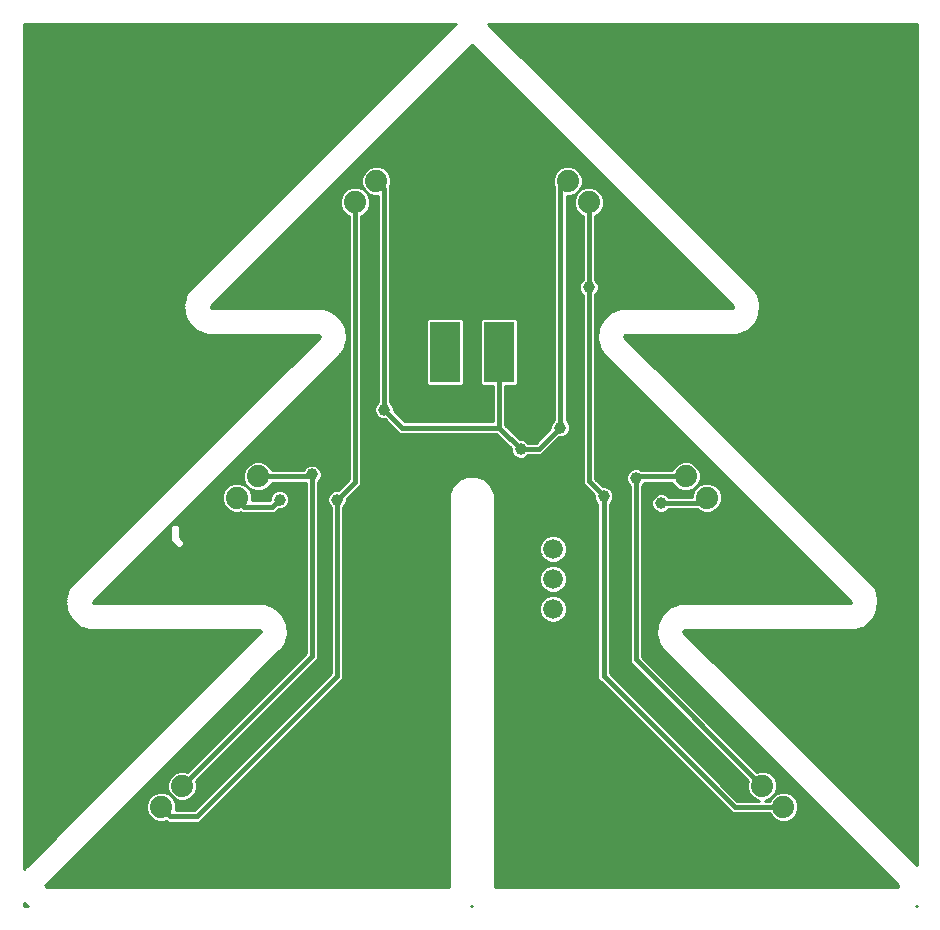
<source format=gbl>
G75*
G70*
%OFA0B0*%
%FSLAX24Y24*%
%IPPOS*%
%LPD*%
%AMOC8*
5,1,8,0,0,1.08239X$1,22.5*
%
%ADD10C,0.0740*%
%ADD11R,0.1000X0.2000*%
%ADD12C,0.0660*%
%ADD13C,0.0100*%
%ADD14C,0.0160*%
%ADD15C,0.0396*%
D10*
X004721Y003463D03*
X005428Y004170D03*
X007250Y013778D03*
X007957Y014485D03*
X011187Y023621D03*
X011894Y024328D03*
X018273Y024328D03*
X018980Y023621D03*
X022210Y014485D03*
X022917Y013778D03*
X024759Y004170D03*
X025466Y003463D03*
D11*
X015990Y018630D03*
X014190Y018630D03*
D12*
X017790Y012070D03*
X017790Y011070D03*
X017790Y010070D03*
D13*
X000274Y000150D02*
X000150Y000150D01*
X000150Y000262D01*
X000274Y000150D01*
X000266Y000157D02*
X000150Y000157D01*
X000150Y000256D02*
X000158Y000256D01*
X000877Y000819D02*
X000870Y000833D01*
X000868Y000848D01*
X000871Y000858D01*
X008669Y008655D01*
X008697Y008672D01*
X008731Y008718D01*
X008772Y008759D01*
X008785Y008789D01*
X008856Y008884D01*
X008856Y008884D01*
X008951Y009223D01*
X008918Y009573D01*
X008761Y009888D01*
X008501Y010124D01*
X008501Y010124D01*
X008173Y010251D01*
X002485Y010251D01*
X002477Y010252D01*
X002463Y010257D01*
X002452Y010268D01*
X002445Y010282D01*
X002443Y010297D01*
X002446Y010306D01*
X010637Y018498D01*
X010665Y018515D01*
X010700Y018561D01*
X010741Y018601D01*
X010753Y018632D01*
X010825Y018727D01*
X010920Y019065D01*
X010920Y019065D01*
X010887Y019415D01*
X010887Y019415D01*
X010729Y019730D01*
X010469Y019967D01*
X010141Y020094D01*
X006422Y020094D01*
X006414Y020094D01*
X006400Y020100D01*
X006389Y020110D01*
X006382Y020124D01*
X006380Y020139D01*
X006383Y020149D01*
X015084Y028850D01*
X023784Y020149D01*
X023787Y020139D01*
X023785Y020124D01*
X023779Y020110D01*
X023767Y020100D01*
X023753Y020094D01*
X023745Y020094D01*
X020026Y020094D01*
X019698Y019967D01*
X019438Y019730D01*
X019280Y019415D01*
X019247Y019065D01*
X019342Y018727D01*
X019342Y018727D01*
X019414Y018632D01*
X019426Y018601D01*
X019467Y018561D01*
X019502Y018515D01*
X019530Y018498D01*
X027721Y010306D01*
X027724Y010297D01*
X027722Y010282D01*
X027716Y010268D01*
X027704Y010257D01*
X027690Y010252D01*
X027682Y010251D01*
X021994Y010251D01*
X021666Y010124D01*
X021406Y009888D01*
X021406Y009888D01*
X021249Y009573D01*
X021216Y009223D01*
X021216Y009223D01*
X021311Y008884D01*
X021382Y008789D01*
X021395Y008759D01*
X021436Y008718D01*
X021470Y008672D01*
X021498Y008655D01*
X029296Y000858D01*
X029299Y000848D01*
X029297Y000833D01*
X029290Y000819D01*
X029279Y000808D01*
X029265Y000803D01*
X029257Y000802D01*
X015849Y000802D01*
X015849Y013649D01*
X015849Y013890D01*
X015732Y014171D01*
X015732Y014171D01*
X015517Y014387D01*
X015236Y014503D01*
X014931Y014503D01*
X014650Y014387D01*
X014435Y014171D01*
X014319Y013890D01*
X014319Y000802D01*
X000910Y000802D01*
X000903Y000803D01*
X000888Y000808D01*
X000877Y000819D01*
X000869Y000847D02*
X014319Y000847D01*
X014319Y000945D02*
X000958Y000945D01*
X001057Y001044D02*
X014319Y001044D01*
X014319Y001142D02*
X001155Y001142D01*
X001254Y001241D02*
X014319Y001241D01*
X014319Y001339D02*
X001352Y001339D01*
X001451Y001438D02*
X014319Y001438D01*
X014319Y001536D02*
X001549Y001536D01*
X001648Y001635D02*
X014319Y001635D01*
X014319Y001733D02*
X001746Y001733D01*
X001845Y001832D02*
X014319Y001832D01*
X014319Y001930D02*
X001943Y001930D01*
X002042Y002029D02*
X014319Y002029D01*
X014319Y002127D02*
X002140Y002127D01*
X002239Y002226D02*
X014319Y002226D01*
X014319Y002324D02*
X002337Y002324D01*
X002436Y002423D02*
X014319Y002423D01*
X014319Y002521D02*
X002534Y002521D01*
X002633Y002620D02*
X014319Y002620D01*
X014319Y002718D02*
X002731Y002718D01*
X002830Y002817D02*
X014319Y002817D01*
X014319Y002915D02*
X002928Y002915D01*
X003027Y003014D02*
X004500Y003014D01*
X004438Y003039D02*
X004622Y002963D01*
X004821Y002963D01*
X004894Y002994D01*
X004947Y002940D01*
X005997Y002940D01*
X010800Y007743D01*
X010800Y013456D01*
X010868Y013524D01*
X010918Y013645D01*
X010918Y013741D01*
X011274Y014097D01*
X011397Y014220D01*
X011397Y023166D01*
X011470Y023197D01*
X011611Y023337D01*
X011687Y023521D01*
X011687Y023720D01*
X011611Y023904D01*
X011794Y023828D01*
X011940Y023828D01*
X011940Y016964D01*
X011872Y016896D01*
X011822Y016775D01*
X011822Y016645D01*
X011872Y016524D01*
X011964Y016432D01*
X012085Y016382D01*
X012181Y016382D01*
X012663Y015900D01*
X015903Y015900D01*
X016382Y015421D01*
X016382Y015325D01*
X016432Y015204D01*
X016524Y015112D01*
X016645Y015062D01*
X016775Y015062D01*
X016896Y015112D01*
X016964Y015180D01*
X017397Y015180D01*
X017999Y015782D01*
X018095Y015782D01*
X018216Y015832D01*
X018308Y015924D01*
X018358Y016045D01*
X018358Y016175D01*
X018308Y016296D01*
X018240Y016364D01*
X018240Y023828D01*
X018373Y023828D01*
X018557Y023904D01*
X018480Y023720D01*
X018480Y023521D01*
X018557Y023337D01*
X018697Y023197D01*
X018770Y023166D01*
X018770Y021044D01*
X018702Y020976D01*
X018652Y020855D01*
X018652Y020725D01*
X018702Y020604D01*
X018770Y020536D01*
X018770Y014407D01*
X018770Y014233D01*
X019142Y013861D01*
X019142Y013765D01*
X019192Y013644D01*
X019260Y013576D01*
X019260Y007743D01*
X019383Y007620D01*
X023750Y003253D01*
X025012Y003253D01*
X025042Y003180D01*
X025183Y003039D01*
X025366Y002963D01*
X025565Y002963D01*
X025749Y003039D01*
X025890Y003180D01*
X025966Y003364D01*
X025966Y003563D01*
X025890Y003746D01*
X025749Y003887D01*
X025565Y003963D01*
X025366Y003963D01*
X025183Y003887D01*
X025042Y003746D01*
X025012Y003673D01*
X024865Y003673D01*
X025042Y003746D01*
X025183Y003887D01*
X025259Y004071D01*
X025259Y004270D01*
X025183Y004454D01*
X025042Y004594D01*
X024858Y004670D01*
X024659Y004670D01*
X024586Y004640D01*
X020760Y008466D01*
X020760Y014176D01*
X020828Y014244D01*
X020841Y014275D01*
X021756Y014275D01*
X021786Y014202D01*
X021927Y014061D01*
X022111Y013985D01*
X022310Y013985D01*
X022494Y014061D01*
X022417Y013878D01*
X022417Y013800D01*
X021644Y013800D01*
X021576Y013868D01*
X021455Y013918D01*
X021325Y013918D01*
X021204Y013868D01*
X021112Y013776D01*
X021062Y013655D01*
X021062Y013525D01*
X021112Y013404D01*
X021204Y013312D01*
X021325Y013262D01*
X021455Y013262D01*
X021576Y013312D01*
X021644Y013380D01*
X022608Y013380D01*
X022634Y013354D01*
X022818Y013278D01*
X023017Y013278D01*
X023201Y013354D01*
X023341Y013495D01*
X023417Y013679D01*
X023417Y013878D01*
X023341Y014061D01*
X023201Y014202D01*
X023017Y014278D01*
X022818Y014278D01*
X022634Y014202D01*
X022710Y014386D01*
X022710Y014585D01*
X022634Y014769D01*
X022494Y014909D01*
X022310Y014985D01*
X022111Y014985D01*
X021927Y014909D01*
X021786Y014769D01*
X021756Y014695D01*
X020749Y014695D01*
X020736Y014708D01*
X020615Y014758D01*
X020485Y014758D01*
X020364Y014708D01*
X020272Y014616D01*
X020222Y014495D01*
X020222Y014365D01*
X020272Y014244D01*
X020340Y014176D01*
X020340Y008292D01*
X020463Y008169D01*
X024289Y004343D01*
X024259Y004270D01*
X024259Y004071D01*
X024335Y003887D01*
X024476Y003746D01*
X024652Y003673D01*
X023924Y003673D01*
X019680Y007917D01*
X019680Y013576D01*
X019748Y013644D01*
X019798Y013765D01*
X019798Y013895D01*
X019748Y014016D01*
X019656Y014108D01*
X019535Y014158D01*
X019439Y014158D01*
X019190Y014407D01*
X019190Y020536D01*
X019259Y020604D01*
X019309Y020725D01*
X019309Y020855D01*
X019259Y020976D01*
X019190Y021044D01*
X019190Y023166D01*
X019264Y023197D01*
X019404Y023337D01*
X019480Y023521D01*
X019480Y023720D01*
X019404Y023904D01*
X019264Y024045D01*
X019080Y024121D01*
X018881Y024121D01*
X018697Y024045D01*
X018773Y024228D01*
X018773Y024427D01*
X018697Y024611D01*
X018557Y024752D01*
X018373Y024828D01*
X018174Y024828D01*
X017990Y024752D01*
X017849Y024611D01*
X017773Y024427D01*
X017773Y024228D01*
X017820Y024116D01*
X017820Y016364D01*
X017752Y016296D01*
X017702Y016175D01*
X017702Y016079D01*
X017223Y015600D01*
X016964Y015600D01*
X016896Y015668D01*
X016775Y015718D01*
X016679Y015718D01*
X016200Y016197D01*
X016200Y017500D01*
X016544Y017500D01*
X016620Y017576D01*
X016620Y019684D01*
X016544Y019760D01*
X015436Y019760D01*
X015360Y019684D01*
X015360Y017576D01*
X015436Y017500D01*
X015780Y017500D01*
X015780Y016320D01*
X012837Y016320D01*
X012478Y016679D01*
X012478Y016775D01*
X012428Y016896D01*
X012360Y016964D01*
X012360Y024147D01*
X012394Y024228D01*
X012394Y024427D01*
X012318Y024611D01*
X012177Y024752D01*
X011993Y024828D01*
X011794Y024828D01*
X011611Y024752D01*
X011470Y024611D01*
X011394Y024427D01*
X011394Y024228D01*
X011470Y024045D01*
X011611Y023904D01*
X011470Y024045D01*
X011286Y024121D01*
X011087Y024121D01*
X010903Y024045D01*
X010763Y023904D01*
X010687Y023720D01*
X010687Y023521D01*
X010763Y023337D01*
X010903Y023197D01*
X010977Y023166D01*
X010977Y014394D01*
X010621Y014038D01*
X010525Y014038D01*
X010404Y013988D01*
X010312Y013896D01*
X010262Y013775D01*
X010262Y013645D01*
X010312Y013524D01*
X010380Y013456D01*
X010380Y007917D01*
X005823Y003360D01*
X005220Y003360D01*
X005221Y003364D01*
X005221Y003563D01*
X005145Y003746D01*
X005004Y003887D01*
X004821Y003963D01*
X004622Y003963D01*
X004438Y003887D01*
X004297Y003746D01*
X004221Y003563D01*
X004221Y003364D01*
X004297Y003180D01*
X004438Y003039D01*
X004365Y003112D02*
X003125Y003112D01*
X003224Y003211D02*
X004285Y003211D01*
X004244Y003309D02*
X003322Y003309D01*
X003421Y003408D02*
X004221Y003408D01*
X004221Y003506D02*
X003519Y003506D01*
X003618Y003605D02*
X004239Y003605D01*
X004279Y003703D02*
X003716Y003703D01*
X003815Y003802D02*
X004352Y003802D01*
X004469Y003900D02*
X003913Y003900D01*
X004012Y003999D02*
X004958Y003999D01*
X004928Y004071D02*
X005004Y003887D01*
X005145Y003746D01*
X005329Y003670D01*
X005528Y003670D01*
X005712Y003746D01*
X005852Y003887D01*
X005928Y004071D01*
X005928Y004270D01*
X005898Y004343D01*
X009837Y008282D01*
X009960Y008405D01*
X009960Y014296D01*
X010028Y014364D01*
X010078Y014485D01*
X010078Y014615D01*
X010028Y014736D01*
X009936Y014828D01*
X009815Y014878D01*
X009685Y014878D01*
X009564Y014828D01*
X009472Y014736D01*
X009455Y014695D01*
X008411Y014695D01*
X008381Y014769D01*
X008240Y014909D01*
X008056Y014985D01*
X007857Y014985D01*
X007674Y014909D01*
X007533Y014769D01*
X007457Y014585D01*
X007457Y014386D01*
X007533Y014202D01*
X007349Y014278D01*
X007150Y014278D01*
X006966Y014202D01*
X006826Y014061D01*
X006750Y013878D01*
X006750Y013679D01*
X006826Y013495D01*
X006966Y013354D01*
X007150Y013278D01*
X007349Y013278D01*
X007360Y013283D01*
X007383Y013260D01*
X008517Y013260D01*
X008639Y013382D01*
X008735Y013382D01*
X008856Y013432D01*
X008948Y013524D01*
X008998Y013645D01*
X008998Y013775D01*
X008948Y013896D01*
X008856Y013988D01*
X008735Y014038D01*
X008605Y014038D01*
X008484Y013988D01*
X008392Y013896D01*
X008342Y013775D01*
X008342Y013680D01*
X007750Y013680D01*
X007750Y013878D01*
X007674Y014061D01*
X007533Y014202D01*
X007674Y014061D01*
X007857Y013985D01*
X008056Y013985D01*
X008240Y014061D01*
X008381Y014202D01*
X008411Y014275D01*
X009540Y014275D01*
X009540Y008579D01*
X005601Y004640D01*
X005528Y004670D01*
X005329Y004670D01*
X005145Y004594D01*
X005004Y004454D01*
X004928Y004270D01*
X004928Y004071D01*
X004928Y004097D02*
X004110Y004097D01*
X004209Y004196D02*
X004928Y004196D01*
X004938Y004294D02*
X004307Y004294D01*
X004406Y004393D02*
X004979Y004393D01*
X005042Y004491D02*
X004504Y004491D01*
X004603Y004590D02*
X005140Y004590D01*
X004898Y004885D02*
X005846Y004885D01*
X005748Y004787D02*
X004800Y004787D01*
X004701Y004688D02*
X005649Y004688D01*
X005945Y004984D02*
X004997Y004984D01*
X005095Y005082D02*
X006043Y005082D01*
X006142Y005181D02*
X005194Y005181D01*
X005292Y005279D02*
X006240Y005279D01*
X006339Y005378D02*
X005391Y005378D01*
X005489Y005476D02*
X006437Y005476D01*
X006536Y005575D02*
X005588Y005575D01*
X005686Y005673D02*
X006634Y005673D01*
X006733Y005772D02*
X005785Y005772D01*
X005883Y005870D02*
X006831Y005870D01*
X006930Y005969D02*
X005982Y005969D01*
X006080Y006067D02*
X007028Y006067D01*
X007127Y006166D02*
X006179Y006166D01*
X006277Y006264D02*
X007225Y006264D01*
X007324Y006363D02*
X006376Y006363D01*
X006474Y006461D02*
X007422Y006461D01*
X007521Y006560D02*
X006573Y006560D01*
X006671Y006658D02*
X007619Y006658D01*
X007718Y006757D02*
X006770Y006757D01*
X006868Y006855D02*
X007816Y006855D01*
X007915Y006954D02*
X006967Y006954D01*
X007065Y007052D02*
X008013Y007052D01*
X008112Y007151D02*
X007164Y007151D01*
X007262Y007249D02*
X008210Y007249D01*
X008309Y007348D02*
X007361Y007348D01*
X007459Y007446D02*
X008407Y007446D01*
X008506Y007545D02*
X007558Y007545D01*
X007656Y007643D02*
X008604Y007643D01*
X008703Y007742D02*
X007755Y007742D01*
X007853Y007840D02*
X008801Y007840D01*
X008900Y007939D02*
X007952Y007939D01*
X008050Y008037D02*
X008998Y008037D01*
X009097Y008136D02*
X008149Y008136D01*
X008247Y008234D02*
X009195Y008234D01*
X009294Y008333D02*
X008346Y008333D01*
X008444Y008431D02*
X009392Y008431D01*
X009491Y008530D02*
X008543Y008530D01*
X008641Y008628D02*
X009540Y008628D01*
X009540Y008727D02*
X008740Y008727D01*
X008812Y008825D02*
X009540Y008825D01*
X009540Y008924D02*
X008867Y008924D01*
X008895Y009022D02*
X009540Y009022D01*
X009540Y009121D02*
X008923Y009121D01*
X008950Y009219D02*
X009540Y009219D01*
X009540Y009318D02*
X008942Y009318D01*
X008951Y009223D02*
X008951Y009223D01*
X008933Y009416D02*
X009540Y009416D01*
X009540Y009515D02*
X008924Y009515D01*
X008918Y009573D02*
X008918Y009573D01*
X008898Y009613D02*
X009540Y009613D01*
X009540Y009712D02*
X008849Y009712D01*
X008800Y009810D02*
X009540Y009810D01*
X009540Y009909D02*
X008738Y009909D01*
X008761Y009888D02*
X008761Y009888D01*
X008630Y010007D02*
X009540Y010007D01*
X009540Y010106D02*
X008521Y010106D01*
X008294Y010204D02*
X009540Y010204D01*
X009540Y010303D02*
X002445Y010303D01*
X002540Y010401D02*
X009540Y010401D01*
X009540Y010500D02*
X002639Y010500D01*
X002737Y010598D02*
X009540Y010598D01*
X009540Y010697D02*
X002836Y010697D01*
X002934Y010795D02*
X009540Y010795D01*
X009540Y010894D02*
X003033Y010894D01*
X003131Y010992D02*
X009540Y010992D01*
X009540Y011091D02*
X003230Y011091D01*
X003328Y011189D02*
X009540Y011189D01*
X009540Y011288D02*
X003427Y011288D01*
X003525Y011386D02*
X009540Y011386D01*
X009540Y011485D02*
X003624Y011485D01*
X003722Y011583D02*
X009540Y011583D01*
X009540Y011682D02*
X003821Y011682D01*
X003919Y011780D02*
X009540Y011780D01*
X009540Y011879D02*
X004018Y011879D01*
X004116Y011977D02*
X009540Y011977D01*
X009540Y012076D02*
X004215Y012076D01*
X004313Y012174D02*
X005180Y012174D01*
X005244Y012110D02*
X005376Y012110D01*
X005470Y012204D01*
X005470Y012336D01*
X005350Y012456D01*
X005350Y012816D01*
X005256Y012910D01*
X005124Y012910D01*
X005030Y012816D01*
X005030Y012324D01*
X005244Y012110D01*
X005440Y012174D02*
X009540Y012174D01*
X009540Y012273D02*
X005470Y012273D01*
X005435Y012371D02*
X009540Y012371D01*
X009540Y012470D02*
X005350Y012470D01*
X005350Y012568D02*
X009540Y012568D01*
X009540Y012667D02*
X005350Y012667D01*
X005350Y012765D02*
X009540Y012765D01*
X009540Y012864D02*
X005303Y012864D01*
X005200Y013061D02*
X009540Y013061D01*
X009540Y013159D02*
X005298Y013159D01*
X005397Y013258D02*
X009540Y013258D01*
X009540Y013356D02*
X008613Y013356D01*
X008879Y013455D02*
X009540Y013455D01*
X009540Y013553D02*
X008960Y013553D01*
X008998Y013652D02*
X009540Y013652D01*
X009540Y013750D02*
X008998Y013750D01*
X008968Y013849D02*
X009540Y013849D01*
X009540Y013947D02*
X008897Y013947D01*
X008443Y013947D02*
X007721Y013947D01*
X007712Y014046D02*
X007680Y014046D01*
X007591Y014144D02*
X007591Y014144D01*
X007516Y014243D02*
X007435Y014243D01*
X007475Y014341D02*
X006480Y014341D01*
X006382Y014243D02*
X007064Y014243D01*
X006908Y014144D02*
X006283Y014144D01*
X006185Y014046D02*
X006819Y014046D01*
X006778Y013947D02*
X006086Y013947D01*
X005988Y013849D02*
X006750Y013849D01*
X006750Y013750D02*
X005889Y013750D01*
X005791Y013652D02*
X006761Y013652D01*
X006802Y013553D02*
X005692Y013553D01*
X005594Y013455D02*
X006866Y013455D01*
X006965Y013356D02*
X005495Y013356D01*
X005101Y012962D02*
X009540Y012962D01*
X009960Y012962D02*
X010380Y012962D01*
X010380Y012864D02*
X009960Y012864D01*
X009960Y012765D02*
X010380Y012765D01*
X010380Y012667D02*
X009960Y012667D01*
X009960Y012568D02*
X010380Y012568D01*
X010380Y012470D02*
X009960Y012470D01*
X009960Y012371D02*
X010380Y012371D01*
X010380Y012273D02*
X009960Y012273D01*
X009960Y012174D02*
X010380Y012174D01*
X010380Y012076D02*
X009960Y012076D01*
X009960Y011977D02*
X010380Y011977D01*
X010380Y011879D02*
X009960Y011879D01*
X009960Y011780D02*
X010380Y011780D01*
X010380Y011682D02*
X009960Y011682D01*
X009960Y011583D02*
X010380Y011583D01*
X010380Y011485D02*
X009960Y011485D01*
X009960Y011386D02*
X010380Y011386D01*
X010380Y011288D02*
X009960Y011288D01*
X009960Y011189D02*
X010380Y011189D01*
X010380Y011091D02*
X009960Y011091D01*
X009960Y010992D02*
X010380Y010992D01*
X010380Y010894D02*
X009960Y010894D01*
X009960Y010795D02*
X010380Y010795D01*
X010380Y010697D02*
X009960Y010697D01*
X009960Y010598D02*
X010380Y010598D01*
X010380Y010500D02*
X009960Y010500D01*
X009960Y010401D02*
X010380Y010401D01*
X010380Y010303D02*
X009960Y010303D01*
X009960Y010204D02*
X010380Y010204D01*
X010380Y010106D02*
X009960Y010106D01*
X009960Y010007D02*
X010380Y010007D01*
X010380Y009909D02*
X009960Y009909D01*
X009960Y009810D02*
X010380Y009810D01*
X010380Y009712D02*
X009960Y009712D01*
X009960Y009613D02*
X010380Y009613D01*
X010380Y009515D02*
X009960Y009515D01*
X009960Y009416D02*
X010380Y009416D01*
X010380Y009318D02*
X009960Y009318D01*
X009960Y009219D02*
X010380Y009219D01*
X010380Y009121D02*
X009960Y009121D01*
X009960Y009022D02*
X010380Y009022D01*
X010380Y008924D02*
X009960Y008924D01*
X009960Y008825D02*
X010380Y008825D01*
X010380Y008727D02*
X009960Y008727D01*
X009960Y008628D02*
X010380Y008628D01*
X010380Y008530D02*
X009960Y008530D01*
X009960Y008431D02*
X010380Y008431D01*
X010380Y008333D02*
X009888Y008333D01*
X009789Y008234D02*
X010380Y008234D01*
X010380Y008136D02*
X009691Y008136D01*
X009592Y008037D02*
X010380Y008037D01*
X010380Y007939D02*
X009494Y007939D01*
X009395Y007840D02*
X010303Y007840D01*
X010205Y007742D02*
X009297Y007742D01*
X009198Y007643D02*
X010106Y007643D01*
X010008Y007545D02*
X009100Y007545D01*
X009001Y007446D02*
X009909Y007446D01*
X009811Y007348D02*
X008903Y007348D01*
X008804Y007249D02*
X009712Y007249D01*
X009614Y007151D02*
X008706Y007151D01*
X008607Y007052D02*
X009515Y007052D01*
X009417Y006954D02*
X008509Y006954D01*
X008410Y006855D02*
X009318Y006855D01*
X009220Y006757D02*
X008312Y006757D01*
X008213Y006658D02*
X009121Y006658D01*
X009023Y006560D02*
X008115Y006560D01*
X008016Y006461D02*
X008924Y006461D01*
X008826Y006363D02*
X007918Y006363D01*
X007819Y006264D02*
X008727Y006264D01*
X008629Y006166D02*
X007721Y006166D01*
X007622Y006067D02*
X008530Y006067D01*
X008432Y005969D02*
X007524Y005969D01*
X007425Y005870D02*
X008333Y005870D01*
X008235Y005772D02*
X007327Y005772D01*
X007228Y005673D02*
X008136Y005673D01*
X008038Y005575D02*
X007130Y005575D01*
X007031Y005476D02*
X007939Y005476D01*
X007841Y005378D02*
X006933Y005378D01*
X006834Y005279D02*
X007742Y005279D01*
X007644Y005181D02*
X006736Y005181D01*
X006637Y005082D02*
X007545Y005082D01*
X007447Y004984D02*
X006539Y004984D01*
X006440Y004885D02*
X007348Y004885D01*
X007250Y004787D02*
X006342Y004787D01*
X006243Y004688D02*
X007151Y004688D01*
X007053Y004590D02*
X006145Y004590D01*
X006046Y004491D02*
X006954Y004491D01*
X006856Y004393D02*
X005948Y004393D01*
X005918Y004294D02*
X006757Y004294D01*
X006659Y004196D02*
X005928Y004196D01*
X005928Y004097D02*
X006560Y004097D01*
X006462Y003999D02*
X005898Y003999D01*
X005858Y003900D02*
X006363Y003900D01*
X006265Y003802D02*
X005767Y003802D01*
X005607Y003703D02*
X006166Y003703D01*
X006068Y003605D02*
X005204Y003605D01*
X005221Y003506D02*
X005969Y003506D01*
X005871Y003408D02*
X005221Y003408D01*
X005250Y003703D02*
X005163Y003703D01*
X005090Y003802D02*
X005090Y003802D01*
X004999Y003900D02*
X004973Y003900D01*
X006070Y003014D02*
X014319Y003014D01*
X014319Y003112D02*
X006169Y003112D01*
X006267Y003211D02*
X014319Y003211D01*
X014319Y003309D02*
X006366Y003309D01*
X006464Y003408D02*
X014319Y003408D01*
X014319Y003506D02*
X006563Y003506D01*
X006661Y003605D02*
X014319Y003605D01*
X014319Y003703D02*
X006760Y003703D01*
X006858Y003802D02*
X014319Y003802D01*
X014319Y003900D02*
X006957Y003900D01*
X007055Y003999D02*
X014319Y003999D01*
X014319Y004097D02*
X007154Y004097D01*
X007253Y004196D02*
X014319Y004196D01*
X014319Y004294D02*
X007351Y004294D01*
X007450Y004393D02*
X014319Y004393D01*
X014319Y004491D02*
X007548Y004491D01*
X007647Y004590D02*
X014319Y004590D01*
X014319Y004688D02*
X007745Y004688D01*
X007844Y004787D02*
X014319Y004787D01*
X014319Y004885D02*
X007942Y004885D01*
X008041Y004984D02*
X014319Y004984D01*
X014319Y005082D02*
X008139Y005082D01*
X008238Y005181D02*
X014319Y005181D01*
X014319Y005279D02*
X008336Y005279D01*
X008435Y005378D02*
X014319Y005378D01*
X014319Y005476D02*
X008533Y005476D01*
X008632Y005575D02*
X014319Y005575D01*
X014319Y005673D02*
X008730Y005673D01*
X008829Y005772D02*
X014319Y005772D01*
X014319Y005870D02*
X008927Y005870D01*
X009026Y005969D02*
X014319Y005969D01*
X014319Y006067D02*
X009124Y006067D01*
X009223Y006166D02*
X014319Y006166D01*
X014319Y006264D02*
X009321Y006264D01*
X009420Y006363D02*
X014319Y006363D01*
X014319Y006461D02*
X009518Y006461D01*
X009617Y006560D02*
X014319Y006560D01*
X014319Y006658D02*
X009715Y006658D01*
X009814Y006757D02*
X014319Y006757D01*
X014319Y006855D02*
X009912Y006855D01*
X010011Y006954D02*
X014319Y006954D01*
X014319Y007052D02*
X010109Y007052D01*
X010208Y007151D02*
X014319Y007151D01*
X014319Y007249D02*
X010306Y007249D01*
X010405Y007348D02*
X014319Y007348D01*
X014319Y007446D02*
X010503Y007446D01*
X010602Y007545D02*
X014319Y007545D01*
X014319Y007643D02*
X010700Y007643D01*
X010799Y007742D02*
X014319Y007742D01*
X014319Y007840D02*
X010800Y007840D01*
X010800Y007939D02*
X014319Y007939D01*
X014319Y008037D02*
X010800Y008037D01*
X010800Y008136D02*
X014319Y008136D01*
X014319Y008234D02*
X010800Y008234D01*
X010800Y008333D02*
X014319Y008333D01*
X014319Y008431D02*
X010800Y008431D01*
X010800Y008530D02*
X014319Y008530D01*
X014319Y008628D02*
X010800Y008628D01*
X010800Y008727D02*
X014319Y008727D01*
X014319Y008825D02*
X010800Y008825D01*
X010800Y008924D02*
X014319Y008924D01*
X014319Y009022D02*
X010800Y009022D01*
X010800Y009121D02*
X014319Y009121D01*
X014319Y009219D02*
X010800Y009219D01*
X010800Y009318D02*
X014319Y009318D01*
X014319Y009416D02*
X010800Y009416D01*
X010800Y009515D02*
X014319Y009515D01*
X014319Y009613D02*
X010800Y009613D01*
X010800Y009712D02*
X014319Y009712D01*
X014319Y009810D02*
X010800Y009810D01*
X010800Y009909D02*
X014319Y009909D01*
X014319Y010007D02*
X010800Y010007D01*
X010800Y010106D02*
X014319Y010106D01*
X014319Y010204D02*
X010800Y010204D01*
X010800Y010303D02*
X014319Y010303D01*
X014319Y010401D02*
X010800Y010401D01*
X010800Y010500D02*
X014319Y010500D01*
X014319Y010598D02*
X010800Y010598D01*
X010800Y010697D02*
X014319Y010697D01*
X014319Y010795D02*
X010800Y010795D01*
X010800Y010894D02*
X014319Y010894D01*
X014319Y010992D02*
X010800Y010992D01*
X010800Y011091D02*
X014319Y011091D01*
X014319Y011189D02*
X010800Y011189D01*
X010800Y011288D02*
X014319Y011288D01*
X014319Y011386D02*
X010800Y011386D01*
X010800Y011485D02*
X014319Y011485D01*
X014319Y011583D02*
X010800Y011583D01*
X010800Y011682D02*
X014319Y011682D01*
X014319Y011780D02*
X010800Y011780D01*
X010800Y011879D02*
X014319Y011879D01*
X014319Y011977D02*
X010800Y011977D01*
X010800Y012076D02*
X014319Y012076D01*
X014319Y012174D02*
X010800Y012174D01*
X010800Y012273D02*
X014319Y012273D01*
X014319Y012371D02*
X010800Y012371D01*
X010800Y012470D02*
X014319Y012470D01*
X014319Y012568D02*
X010800Y012568D01*
X010800Y012667D02*
X014319Y012667D01*
X014319Y012765D02*
X010800Y012765D01*
X010800Y012864D02*
X014319Y012864D01*
X014319Y012962D02*
X010800Y012962D01*
X010800Y013061D02*
X014319Y013061D01*
X014319Y013159D02*
X010800Y013159D01*
X010800Y013258D02*
X014319Y013258D01*
X014319Y013356D02*
X010800Y013356D01*
X010800Y013455D02*
X014319Y013455D01*
X014319Y013553D02*
X010880Y013553D01*
X010918Y013652D02*
X014319Y013652D01*
X014319Y013750D02*
X010927Y013750D01*
X011026Y013849D02*
X014319Y013849D01*
X014342Y013947D02*
X011124Y013947D01*
X011223Y014046D02*
X014383Y014046D01*
X014424Y014144D02*
X011321Y014144D01*
X011274Y014097D02*
X011274Y014097D01*
X011397Y014243D02*
X014506Y014243D01*
X014435Y014171D02*
X014435Y014171D01*
X014435Y014171D01*
X014605Y014341D02*
X011397Y014341D01*
X011397Y014440D02*
X014778Y014440D01*
X015389Y014440D02*
X018770Y014440D01*
X018770Y014538D02*
X011397Y014538D01*
X011397Y014637D02*
X018770Y014637D01*
X018770Y014735D02*
X011397Y014735D01*
X011397Y014834D02*
X018770Y014834D01*
X018770Y014932D02*
X011397Y014932D01*
X011397Y015031D02*
X018770Y015031D01*
X018770Y015129D02*
X016913Y015129D01*
X016507Y015129D02*
X011397Y015129D01*
X011397Y015228D02*
X016422Y015228D01*
X016382Y015326D02*
X011397Y015326D01*
X011397Y015425D02*
X016378Y015425D01*
X016280Y015523D02*
X011397Y015523D01*
X011397Y015622D02*
X016181Y015622D01*
X016083Y015720D02*
X011397Y015720D01*
X011397Y015819D02*
X015984Y015819D01*
X016283Y016114D02*
X017702Y016114D01*
X017717Y016213D02*
X016200Y016213D01*
X016200Y016311D02*
X017767Y016311D01*
X017820Y016410D02*
X016200Y016410D01*
X016200Y016508D02*
X017820Y016508D01*
X017820Y016607D02*
X016200Y016607D01*
X016200Y016705D02*
X017820Y016705D01*
X017820Y016804D02*
X016200Y016804D01*
X016200Y016902D02*
X017820Y016902D01*
X017820Y017001D02*
X016200Y017001D01*
X016200Y017099D02*
X017820Y017099D01*
X017820Y017198D02*
X016200Y017198D01*
X016200Y017296D02*
X017820Y017296D01*
X017820Y017395D02*
X016200Y017395D01*
X016200Y017493D02*
X017820Y017493D01*
X017820Y017592D02*
X016620Y017592D01*
X016620Y017690D02*
X017820Y017690D01*
X017820Y017789D02*
X016620Y017789D01*
X016620Y017887D02*
X017820Y017887D01*
X017820Y017986D02*
X016620Y017986D01*
X016620Y018084D02*
X017820Y018084D01*
X017820Y018183D02*
X016620Y018183D01*
X016620Y018281D02*
X017820Y018281D01*
X017820Y018380D02*
X016620Y018380D01*
X016620Y018478D02*
X017820Y018478D01*
X017820Y018577D02*
X016620Y018577D01*
X016620Y018675D02*
X017820Y018675D01*
X017820Y018774D02*
X016620Y018774D01*
X016620Y018872D02*
X017820Y018872D01*
X017820Y018971D02*
X016620Y018971D01*
X016620Y019069D02*
X017820Y019069D01*
X017820Y019168D02*
X016620Y019168D01*
X016620Y019266D02*
X017820Y019266D01*
X017820Y019365D02*
X016620Y019365D01*
X016620Y019463D02*
X017820Y019463D01*
X017820Y019562D02*
X016620Y019562D01*
X016620Y019660D02*
X017820Y019660D01*
X017820Y019759D02*
X016545Y019759D01*
X015435Y019759D02*
X014745Y019759D01*
X014744Y019760D02*
X013636Y019760D01*
X013560Y019684D01*
X013560Y017576D01*
X013636Y017500D01*
X014744Y017500D01*
X014820Y017576D01*
X014820Y019684D01*
X014744Y019760D01*
X014820Y019660D02*
X015360Y019660D01*
X015360Y019562D02*
X014820Y019562D01*
X014820Y019463D02*
X015360Y019463D01*
X015360Y019365D02*
X014820Y019365D01*
X014820Y019266D02*
X015360Y019266D01*
X015360Y019168D02*
X014820Y019168D01*
X014820Y019069D02*
X015360Y019069D01*
X015360Y018971D02*
X014820Y018971D01*
X014820Y018872D02*
X015360Y018872D01*
X015360Y018774D02*
X014820Y018774D01*
X014820Y018675D02*
X015360Y018675D01*
X015360Y018577D02*
X014820Y018577D01*
X014820Y018478D02*
X015360Y018478D01*
X015360Y018380D02*
X014820Y018380D01*
X014820Y018281D02*
X015360Y018281D01*
X015360Y018183D02*
X014820Y018183D01*
X014820Y018084D02*
X015360Y018084D01*
X015360Y017986D02*
X014820Y017986D01*
X014820Y017887D02*
X015360Y017887D01*
X015360Y017789D02*
X014820Y017789D01*
X014820Y017690D02*
X015360Y017690D01*
X015360Y017592D02*
X014820Y017592D01*
X015780Y017493D02*
X012360Y017493D01*
X012360Y017395D02*
X015780Y017395D01*
X015780Y017296D02*
X012360Y017296D01*
X012360Y017198D02*
X015780Y017198D01*
X015780Y017099D02*
X012360Y017099D01*
X012360Y017001D02*
X015780Y017001D01*
X015780Y016902D02*
X012422Y016902D01*
X012466Y016804D02*
X015780Y016804D01*
X015780Y016705D02*
X012478Y016705D01*
X012550Y016607D02*
X015780Y016607D01*
X015780Y016508D02*
X012649Y016508D01*
X012747Y016410D02*
X015780Y016410D01*
X016381Y016016D02*
X017639Y016016D01*
X017540Y015917D02*
X016480Y015917D01*
X016578Y015819D02*
X017442Y015819D01*
X017343Y015720D02*
X016677Y015720D01*
X016942Y015622D02*
X017245Y015622D01*
X017543Y015326D02*
X018770Y015326D01*
X018770Y015228D02*
X017445Y015228D01*
X017642Y015425D02*
X018770Y015425D01*
X018770Y015523D02*
X017740Y015523D01*
X017839Y015622D02*
X018770Y015622D01*
X018770Y015720D02*
X017937Y015720D01*
X018184Y015819D02*
X018770Y015819D01*
X018770Y015917D02*
X018301Y015917D01*
X018346Y016016D02*
X018770Y016016D01*
X018770Y016114D02*
X018358Y016114D01*
X018343Y016213D02*
X018770Y016213D01*
X018770Y016311D02*
X018293Y016311D01*
X018240Y016410D02*
X018770Y016410D01*
X018770Y016508D02*
X018240Y016508D01*
X018240Y016607D02*
X018770Y016607D01*
X018770Y016705D02*
X018240Y016705D01*
X018240Y016804D02*
X018770Y016804D01*
X018770Y016902D02*
X018240Y016902D01*
X018240Y017001D02*
X018770Y017001D01*
X018770Y017099D02*
X018240Y017099D01*
X018240Y017198D02*
X018770Y017198D01*
X018770Y017296D02*
X018240Y017296D01*
X018240Y017395D02*
X018770Y017395D01*
X018770Y017493D02*
X018240Y017493D01*
X018240Y017592D02*
X018770Y017592D01*
X018770Y017690D02*
X018240Y017690D01*
X018240Y017789D02*
X018770Y017789D01*
X018770Y017887D02*
X018240Y017887D01*
X018240Y017986D02*
X018770Y017986D01*
X018770Y018084D02*
X018240Y018084D01*
X018240Y018183D02*
X018770Y018183D01*
X018770Y018281D02*
X018240Y018281D01*
X018240Y018380D02*
X018770Y018380D01*
X018770Y018478D02*
X018240Y018478D01*
X018240Y018577D02*
X018770Y018577D01*
X018770Y018675D02*
X018240Y018675D01*
X018240Y018774D02*
X018770Y018774D01*
X018770Y018872D02*
X018240Y018872D01*
X018240Y018971D02*
X018770Y018971D01*
X018770Y019069D02*
X018240Y019069D01*
X018240Y019168D02*
X018770Y019168D01*
X018770Y019266D02*
X018240Y019266D01*
X018240Y019365D02*
X018770Y019365D01*
X018770Y019463D02*
X018240Y019463D01*
X018240Y019562D02*
X018770Y019562D01*
X018770Y019660D02*
X018240Y019660D01*
X018240Y019759D02*
X018770Y019759D01*
X018770Y019857D02*
X018240Y019857D01*
X018240Y019956D02*
X018770Y019956D01*
X018770Y020054D02*
X018240Y020054D01*
X018240Y020153D02*
X018770Y020153D01*
X018770Y020251D02*
X018240Y020251D01*
X018240Y020350D02*
X018770Y020350D01*
X018770Y020448D02*
X018240Y020448D01*
X018240Y020547D02*
X018760Y020547D01*
X018685Y020645D02*
X018240Y020645D01*
X018240Y020744D02*
X018652Y020744D01*
X018652Y020842D02*
X018240Y020842D01*
X018240Y020941D02*
X018688Y020941D01*
X018765Y021039D02*
X018240Y021039D01*
X018240Y021138D02*
X018770Y021138D01*
X018770Y021236D02*
X018240Y021236D01*
X018240Y021335D02*
X018770Y021335D01*
X018770Y021433D02*
X018240Y021433D01*
X018240Y021532D02*
X018770Y021532D01*
X018770Y021630D02*
X018240Y021630D01*
X018240Y021729D02*
X018770Y021729D01*
X018770Y021827D02*
X018240Y021827D01*
X018240Y021926D02*
X018770Y021926D01*
X018770Y022024D02*
X018240Y022024D01*
X018240Y022123D02*
X018770Y022123D01*
X018770Y022221D02*
X018240Y022221D01*
X018240Y022320D02*
X018770Y022320D01*
X018770Y022418D02*
X018240Y022418D01*
X018240Y022517D02*
X018770Y022517D01*
X018770Y022615D02*
X018240Y022615D01*
X018240Y022714D02*
X018770Y022714D01*
X018770Y022812D02*
X018240Y022812D01*
X018240Y022911D02*
X018770Y022911D01*
X018770Y023009D02*
X018240Y023009D01*
X018240Y023108D02*
X018770Y023108D01*
X018688Y023206D02*
X018240Y023206D01*
X018240Y023305D02*
X018589Y023305D01*
X018529Y023403D02*
X018240Y023403D01*
X018240Y023502D02*
X018489Y023502D01*
X018480Y023600D02*
X018240Y023600D01*
X018240Y023699D02*
X018480Y023699D01*
X018512Y023797D02*
X018240Y023797D01*
X018536Y023896D02*
X018553Y023896D01*
X018557Y023904D02*
X018697Y024045D01*
X018557Y023904D01*
X018647Y023994D02*
X018647Y023994D01*
X018717Y024093D02*
X018813Y024093D01*
X018758Y024191D02*
X019742Y024191D01*
X019644Y024290D02*
X018773Y024290D01*
X018773Y024388D02*
X019545Y024388D01*
X019447Y024487D02*
X018749Y024487D01*
X018708Y024585D02*
X019348Y024585D01*
X019250Y024684D02*
X018625Y024684D01*
X018483Y024782D02*
X019151Y024782D01*
X019053Y024881D02*
X011114Y024881D01*
X011016Y024782D02*
X011684Y024782D01*
X011542Y024684D02*
X010917Y024684D01*
X010819Y024585D02*
X011459Y024585D01*
X011418Y024487D02*
X010720Y024487D01*
X010622Y024388D02*
X011394Y024388D01*
X011394Y024290D02*
X010523Y024290D01*
X010425Y024191D02*
X011409Y024191D01*
X011450Y024093D02*
X011354Y024093D01*
X011520Y023994D02*
X011520Y023994D01*
X011614Y023896D02*
X011631Y023896D01*
X011655Y023797D02*
X011940Y023797D01*
X011940Y023699D02*
X011687Y023699D01*
X011687Y023600D02*
X011940Y023600D01*
X011940Y023502D02*
X011679Y023502D01*
X011638Y023403D02*
X011940Y023403D01*
X011940Y023305D02*
X011578Y023305D01*
X011479Y023206D02*
X011940Y023206D01*
X011940Y023108D02*
X011397Y023108D01*
X011397Y023009D02*
X011940Y023009D01*
X011940Y022911D02*
X011397Y022911D01*
X011397Y022812D02*
X011940Y022812D01*
X011940Y022714D02*
X011397Y022714D01*
X011397Y022615D02*
X011940Y022615D01*
X011940Y022517D02*
X011397Y022517D01*
X011397Y022418D02*
X011940Y022418D01*
X011940Y022320D02*
X011397Y022320D01*
X011397Y022221D02*
X011940Y022221D01*
X011940Y022123D02*
X011397Y022123D01*
X011397Y022024D02*
X011940Y022024D01*
X011940Y021926D02*
X011397Y021926D01*
X011397Y021827D02*
X011940Y021827D01*
X011940Y021729D02*
X011397Y021729D01*
X011397Y021630D02*
X011940Y021630D01*
X011940Y021532D02*
X011397Y021532D01*
X011397Y021433D02*
X011940Y021433D01*
X011940Y021335D02*
X011397Y021335D01*
X011397Y021236D02*
X011940Y021236D01*
X011940Y021138D02*
X011397Y021138D01*
X011397Y021039D02*
X011940Y021039D01*
X011940Y020941D02*
X011397Y020941D01*
X011397Y020842D02*
X011940Y020842D01*
X011940Y020744D02*
X011397Y020744D01*
X011397Y020645D02*
X011940Y020645D01*
X011940Y020547D02*
X011397Y020547D01*
X011397Y020448D02*
X011940Y020448D01*
X011940Y020350D02*
X011397Y020350D01*
X011397Y020251D02*
X011940Y020251D01*
X011940Y020153D02*
X011397Y020153D01*
X011397Y020054D02*
X011940Y020054D01*
X011940Y019956D02*
X011397Y019956D01*
X011397Y019857D02*
X011940Y019857D01*
X011940Y019759D02*
X011397Y019759D01*
X011397Y019660D02*
X011940Y019660D01*
X011940Y019562D02*
X011397Y019562D01*
X011397Y019463D02*
X011940Y019463D01*
X011940Y019365D02*
X011397Y019365D01*
X011397Y019266D02*
X011940Y019266D01*
X011940Y019168D02*
X011397Y019168D01*
X011397Y019069D02*
X011940Y019069D01*
X011940Y018971D02*
X011397Y018971D01*
X011397Y018872D02*
X011940Y018872D01*
X011940Y018774D02*
X011397Y018774D01*
X011397Y018675D02*
X011940Y018675D01*
X011940Y018577D02*
X011397Y018577D01*
X011397Y018478D02*
X011940Y018478D01*
X011940Y018380D02*
X011397Y018380D01*
X011397Y018281D02*
X011940Y018281D01*
X011940Y018183D02*
X011397Y018183D01*
X011397Y018084D02*
X011940Y018084D01*
X011940Y017986D02*
X011397Y017986D01*
X011397Y017887D02*
X011940Y017887D01*
X011940Y017789D02*
X011397Y017789D01*
X011397Y017690D02*
X011940Y017690D01*
X011940Y017592D02*
X011397Y017592D01*
X011397Y017493D02*
X011940Y017493D01*
X011940Y017395D02*
X011397Y017395D01*
X011397Y017296D02*
X011940Y017296D01*
X011940Y017198D02*
X011397Y017198D01*
X011397Y017099D02*
X011940Y017099D01*
X011940Y017001D02*
X011397Y017001D01*
X011397Y016902D02*
X011878Y016902D01*
X011834Y016804D02*
X011397Y016804D01*
X011397Y016705D02*
X011822Y016705D01*
X011838Y016607D02*
X011397Y016607D01*
X011397Y016508D02*
X011888Y016508D01*
X012018Y016410D02*
X011397Y016410D01*
X011397Y016311D02*
X012252Y016311D01*
X012350Y016213D02*
X011397Y016213D01*
X011397Y016114D02*
X012449Y016114D01*
X012547Y016016D02*
X011397Y016016D01*
X011397Y015917D02*
X012646Y015917D01*
X010977Y015917D02*
X008056Y015917D01*
X007958Y015819D02*
X010977Y015819D01*
X010977Y015720D02*
X007859Y015720D01*
X007761Y015622D02*
X010977Y015622D01*
X010977Y015523D02*
X007662Y015523D01*
X007564Y015425D02*
X010977Y015425D01*
X010977Y015326D02*
X007465Y015326D01*
X007367Y015228D02*
X010977Y015228D01*
X010977Y015129D02*
X007268Y015129D01*
X007170Y015031D02*
X010977Y015031D01*
X010977Y014932D02*
X008185Y014932D01*
X008316Y014834D02*
X009577Y014834D01*
X009472Y014735D02*
X008395Y014735D01*
X008397Y014243D02*
X009540Y014243D01*
X009540Y014144D02*
X008323Y014144D01*
X008202Y014046D02*
X009540Y014046D01*
X009960Y014046D02*
X010629Y014046D01*
X010727Y014144D02*
X009960Y014144D01*
X009960Y014243D02*
X010826Y014243D01*
X010924Y014341D02*
X010005Y014341D01*
X010059Y014440D02*
X010977Y014440D01*
X010977Y014538D02*
X010078Y014538D01*
X010069Y014637D02*
X010977Y014637D01*
X010977Y014735D02*
X010028Y014735D01*
X009923Y014834D02*
X010977Y014834D01*
X010363Y013947D02*
X009960Y013947D01*
X009960Y013849D02*
X010292Y013849D01*
X010262Y013750D02*
X009960Y013750D01*
X009960Y013652D02*
X010262Y013652D01*
X010300Y013553D02*
X009960Y013553D01*
X009960Y013455D02*
X010380Y013455D01*
X010380Y013356D02*
X009960Y013356D01*
X009960Y013258D02*
X010380Y013258D01*
X010380Y013159D02*
X009960Y013159D01*
X009960Y013061D02*
X010380Y013061D01*
X008342Y013750D02*
X007750Y013750D01*
X007750Y013849D02*
X008372Y013849D01*
X007457Y014440D02*
X006579Y014440D01*
X006677Y014538D02*
X007457Y014538D01*
X007478Y014637D02*
X006776Y014637D01*
X006874Y014735D02*
X007519Y014735D01*
X007598Y014834D02*
X006973Y014834D01*
X007071Y014932D02*
X007729Y014932D01*
X008155Y016016D02*
X010977Y016016D01*
X010977Y016114D02*
X008253Y016114D01*
X008352Y016213D02*
X010977Y016213D01*
X010977Y016311D02*
X008450Y016311D01*
X008549Y016410D02*
X010977Y016410D01*
X010977Y016508D02*
X008647Y016508D01*
X008746Y016607D02*
X010977Y016607D01*
X010977Y016705D02*
X008844Y016705D01*
X008943Y016804D02*
X010977Y016804D01*
X010977Y016902D02*
X009041Y016902D01*
X009140Y017001D02*
X010977Y017001D01*
X010977Y017099D02*
X009238Y017099D01*
X009337Y017198D02*
X010977Y017198D01*
X010977Y017296D02*
X009435Y017296D01*
X009534Y017395D02*
X010977Y017395D01*
X010977Y017493D02*
X009632Y017493D01*
X009731Y017592D02*
X010977Y017592D01*
X010977Y017690D02*
X009829Y017690D01*
X009928Y017789D02*
X010977Y017789D01*
X010977Y017887D02*
X010026Y017887D01*
X010125Y017986D02*
X010977Y017986D01*
X010977Y018084D02*
X010223Y018084D01*
X010322Y018183D02*
X010977Y018183D01*
X010977Y018281D02*
X010420Y018281D01*
X010519Y018380D02*
X010977Y018380D01*
X010977Y018478D02*
X010617Y018478D01*
X010716Y018577D02*
X010977Y018577D01*
X010977Y018675D02*
X010786Y018675D01*
X010825Y018727D02*
X010825Y018727D01*
X010838Y018774D02*
X010977Y018774D01*
X010977Y018872D02*
X010866Y018872D01*
X010893Y018971D02*
X010977Y018971D01*
X010977Y019069D02*
X010920Y019069D01*
X010910Y019168D02*
X010977Y019168D01*
X010977Y019266D02*
X010901Y019266D01*
X010892Y019365D02*
X010977Y019365D01*
X010977Y019463D02*
X010863Y019463D01*
X010814Y019562D02*
X010977Y019562D01*
X010977Y019660D02*
X010764Y019660D01*
X010729Y019730D02*
X010729Y019730D01*
X010698Y019759D02*
X010977Y019759D01*
X010977Y019857D02*
X010590Y019857D01*
X010482Y019956D02*
X010977Y019956D01*
X010977Y020054D02*
X010243Y020054D01*
X010469Y019967D02*
X010469Y019967D01*
X010977Y020153D02*
X006386Y020153D01*
X006485Y020251D02*
X010977Y020251D01*
X010977Y020350D02*
X006583Y020350D01*
X006682Y020448D02*
X010977Y020448D01*
X010977Y020547D02*
X006780Y020547D01*
X006879Y020645D02*
X010977Y020645D01*
X010977Y020744D02*
X006977Y020744D01*
X007076Y020842D02*
X010977Y020842D01*
X010977Y020941D02*
X007174Y020941D01*
X007273Y021039D02*
X010977Y021039D01*
X010977Y021138D02*
X007371Y021138D01*
X007470Y021236D02*
X010977Y021236D01*
X010977Y021335D02*
X007568Y021335D01*
X007667Y021433D02*
X010977Y021433D01*
X010977Y021532D02*
X007765Y021532D01*
X007864Y021630D02*
X010977Y021630D01*
X010977Y021729D02*
X007962Y021729D01*
X008061Y021827D02*
X010977Y021827D01*
X010977Y021926D02*
X008159Y021926D01*
X008258Y022024D02*
X010977Y022024D01*
X010977Y022123D02*
X008356Y022123D01*
X008455Y022221D02*
X010977Y022221D01*
X010977Y022320D02*
X008553Y022320D01*
X008652Y022418D02*
X010977Y022418D01*
X010977Y022517D02*
X008750Y022517D01*
X008849Y022615D02*
X010977Y022615D01*
X010977Y022714D02*
X008947Y022714D01*
X009046Y022812D02*
X010977Y022812D01*
X010977Y022911D02*
X009144Y022911D01*
X009243Y023009D02*
X010977Y023009D01*
X010977Y023108D02*
X009341Y023108D01*
X009440Y023206D02*
X010894Y023206D01*
X010796Y023305D02*
X009538Y023305D01*
X009637Y023403D02*
X010736Y023403D01*
X010695Y023502D02*
X009735Y023502D01*
X009834Y023600D02*
X010687Y023600D01*
X010687Y023699D02*
X009932Y023699D01*
X010031Y023797D02*
X010719Y023797D01*
X010759Y023896D02*
X010129Y023896D01*
X010228Y023994D02*
X010853Y023994D01*
X011019Y024093D02*
X010326Y024093D01*
X009645Y024684D02*
X000150Y024684D01*
X000150Y024782D02*
X009743Y024782D01*
X009842Y024881D02*
X000150Y024881D01*
X000150Y024979D02*
X009940Y024979D01*
X010039Y025078D02*
X000150Y025078D01*
X000150Y025176D02*
X010137Y025176D01*
X010236Y025275D02*
X000150Y025275D01*
X000150Y025373D02*
X010334Y025373D01*
X010433Y025472D02*
X000150Y025472D01*
X000150Y025570D02*
X010531Y025570D01*
X010630Y025669D02*
X000150Y025669D01*
X000150Y025767D02*
X010728Y025767D01*
X010827Y025866D02*
X000150Y025866D01*
X000150Y025964D02*
X010925Y025964D01*
X011024Y026063D02*
X000150Y026063D01*
X000150Y026161D02*
X011122Y026161D01*
X011221Y026260D02*
X000150Y026260D01*
X000150Y026358D02*
X011319Y026358D01*
X011418Y026457D02*
X000150Y026457D01*
X000150Y026555D02*
X011516Y026555D01*
X011615Y026654D02*
X000150Y026654D01*
X000150Y026752D02*
X011713Y026752D01*
X011812Y026851D02*
X000150Y026851D01*
X000150Y026949D02*
X011910Y026949D01*
X012009Y027048D02*
X000150Y027048D01*
X000150Y027146D02*
X012107Y027146D01*
X012206Y027245D02*
X000150Y027245D01*
X000150Y027343D02*
X012304Y027343D01*
X012403Y027442D02*
X000150Y027442D01*
X000150Y027540D02*
X012501Y027540D01*
X012600Y027639D02*
X000150Y027639D01*
X000150Y027737D02*
X012698Y027737D01*
X012797Y027836D02*
X000150Y027836D01*
X000150Y027934D02*
X012895Y027934D01*
X012994Y028033D02*
X000150Y028033D01*
X000150Y028131D02*
X013092Y028131D01*
X013191Y028230D02*
X000150Y028230D01*
X000150Y028328D02*
X013289Y028328D01*
X013388Y028427D02*
X000150Y028427D01*
X000150Y028525D02*
X013486Y028525D01*
X013585Y028624D02*
X000150Y028624D01*
X000150Y028722D02*
X013683Y028722D01*
X013782Y028821D02*
X000150Y028821D01*
X000150Y028919D02*
X013880Y028919D01*
X013979Y029018D02*
X000150Y029018D01*
X000150Y029116D02*
X014077Y029116D01*
X014176Y029215D02*
X000150Y029215D01*
X000150Y029313D02*
X014274Y029313D01*
X014373Y029412D02*
X000150Y029412D01*
X000150Y029510D02*
X014471Y029510D01*
X014466Y029505D02*
X014466Y029505D01*
X014529Y029568D01*
X014529Y029568D01*
X014537Y029576D01*
X000150Y029576D01*
X000150Y001409D01*
X000176Y001435D01*
X000210Y001481D01*
X000239Y001498D01*
X008036Y009296D01*
X008039Y009305D01*
X008037Y009321D01*
X008031Y009334D01*
X008019Y009345D01*
X008005Y009350D01*
X007997Y009351D01*
X002309Y009351D01*
X001981Y009478D01*
X001981Y009478D01*
X001721Y009715D01*
X001721Y009715D01*
X001564Y010029D01*
X001564Y010029D01*
X001531Y010379D01*
X001531Y010379D01*
X001626Y010718D01*
X001626Y010718D01*
X001697Y010813D01*
X001710Y010843D01*
X001751Y010884D01*
X001785Y010930D01*
X001813Y010947D01*
X010005Y019138D01*
X010007Y019148D01*
X010006Y019163D01*
X009999Y019177D01*
X009988Y019187D01*
X009973Y019193D01*
X009965Y019194D01*
X006246Y019194D01*
X005918Y019320D01*
X005918Y019320D01*
X005658Y019557D01*
X005658Y019557D01*
X005501Y019872D01*
X005501Y019872D01*
X005468Y020222D01*
X005468Y020222D01*
X005563Y020560D01*
X005563Y020560D01*
X005634Y020656D01*
X005647Y020686D01*
X005688Y020727D01*
X005722Y020773D01*
X005750Y020789D01*
X014466Y029505D01*
X015054Y028821D02*
X015113Y028821D01*
X015211Y028722D02*
X014956Y028722D01*
X014857Y028624D02*
X015310Y028624D01*
X015408Y028525D02*
X014759Y028525D01*
X014660Y028427D02*
X015507Y028427D01*
X015605Y028328D02*
X014562Y028328D01*
X014463Y028230D02*
X015704Y028230D01*
X015802Y028131D02*
X014365Y028131D01*
X014266Y028033D02*
X015901Y028033D01*
X015999Y027934D02*
X014168Y027934D01*
X014069Y027836D02*
X016098Y027836D01*
X016196Y027737D02*
X013971Y027737D01*
X013872Y027639D02*
X016295Y027639D01*
X016393Y027540D02*
X013774Y027540D01*
X013675Y027442D02*
X016492Y027442D01*
X016590Y027343D02*
X013577Y027343D01*
X013478Y027245D02*
X016689Y027245D01*
X016787Y027146D02*
X013380Y027146D01*
X013281Y027048D02*
X016886Y027048D01*
X016984Y026949D02*
X013183Y026949D01*
X013084Y026851D02*
X017083Y026851D01*
X017181Y026752D02*
X012986Y026752D01*
X012887Y026654D02*
X017280Y026654D01*
X017378Y026555D02*
X012789Y026555D01*
X012690Y026457D02*
X017477Y026457D01*
X017575Y026358D02*
X012592Y026358D01*
X012493Y026260D02*
X017674Y026260D01*
X017772Y026161D02*
X012395Y026161D01*
X012296Y026063D02*
X017871Y026063D01*
X017969Y025964D02*
X012198Y025964D01*
X012099Y025866D02*
X018068Y025866D01*
X018166Y025767D02*
X012001Y025767D01*
X011902Y025669D02*
X018265Y025669D01*
X018363Y025570D02*
X011804Y025570D01*
X011705Y025472D02*
X018462Y025472D01*
X018560Y025373D02*
X011607Y025373D01*
X011508Y025275D02*
X018659Y025275D01*
X018757Y025176D02*
X011410Y025176D01*
X011311Y025078D02*
X018856Y025078D01*
X018954Y024979D02*
X011213Y024979D01*
X012104Y024782D02*
X018063Y024782D01*
X017922Y024684D02*
X012245Y024684D01*
X012328Y024585D02*
X017839Y024585D01*
X017798Y024487D02*
X012369Y024487D01*
X012394Y024388D02*
X017773Y024388D01*
X017773Y024290D02*
X012394Y024290D01*
X012378Y024191D02*
X017789Y024191D01*
X017820Y024093D02*
X012360Y024093D01*
X012360Y023994D02*
X017820Y023994D01*
X017820Y023896D02*
X012360Y023896D01*
X012360Y023797D02*
X017820Y023797D01*
X017820Y023699D02*
X012360Y023699D01*
X012360Y023600D02*
X017820Y023600D01*
X017820Y023502D02*
X012360Y023502D01*
X012360Y023403D02*
X017820Y023403D01*
X017820Y023305D02*
X012360Y023305D01*
X012360Y023206D02*
X017820Y023206D01*
X017820Y023108D02*
X012360Y023108D01*
X012360Y023009D02*
X017820Y023009D01*
X017820Y022911D02*
X012360Y022911D01*
X012360Y022812D02*
X017820Y022812D01*
X017820Y022714D02*
X012360Y022714D01*
X012360Y022615D02*
X017820Y022615D01*
X017820Y022517D02*
X012360Y022517D01*
X012360Y022418D02*
X017820Y022418D01*
X017820Y022320D02*
X012360Y022320D01*
X012360Y022221D02*
X017820Y022221D01*
X017820Y022123D02*
X012360Y022123D01*
X012360Y022024D02*
X017820Y022024D01*
X017820Y021926D02*
X012360Y021926D01*
X012360Y021827D02*
X017820Y021827D01*
X017820Y021729D02*
X012360Y021729D01*
X012360Y021630D02*
X017820Y021630D01*
X017820Y021532D02*
X012360Y021532D01*
X012360Y021433D02*
X017820Y021433D01*
X017820Y021335D02*
X012360Y021335D01*
X012360Y021236D02*
X017820Y021236D01*
X017820Y021138D02*
X012360Y021138D01*
X012360Y021039D02*
X017820Y021039D01*
X017820Y020941D02*
X012360Y020941D01*
X012360Y020842D02*
X017820Y020842D01*
X017820Y020744D02*
X012360Y020744D01*
X012360Y020645D02*
X017820Y020645D01*
X017820Y020547D02*
X012360Y020547D01*
X012360Y020448D02*
X017820Y020448D01*
X017820Y020350D02*
X012360Y020350D01*
X012360Y020251D02*
X017820Y020251D01*
X017820Y020153D02*
X012360Y020153D01*
X012360Y020054D02*
X017820Y020054D01*
X017820Y019956D02*
X012360Y019956D01*
X012360Y019857D02*
X017820Y019857D01*
X019190Y019857D02*
X019577Y019857D01*
X019469Y019759D02*
X019190Y019759D01*
X019190Y019660D02*
X019403Y019660D01*
X019438Y019730D02*
X019438Y019730D01*
X019353Y019562D02*
X019190Y019562D01*
X019190Y019463D02*
X019304Y019463D01*
X019280Y019415D02*
X019280Y019415D01*
X019276Y019365D02*
X019190Y019365D01*
X019190Y019266D02*
X019266Y019266D01*
X019257Y019168D02*
X019190Y019168D01*
X019190Y019069D02*
X019247Y019069D01*
X019247Y019065D02*
X019247Y019065D01*
X019274Y018971D02*
X019190Y018971D01*
X019190Y018872D02*
X019302Y018872D01*
X019329Y018774D02*
X019190Y018774D01*
X019190Y018675D02*
X019381Y018675D01*
X019451Y018577D02*
X019190Y018577D01*
X019190Y018478D02*
X019550Y018478D01*
X019648Y018380D02*
X019190Y018380D01*
X019190Y018281D02*
X019747Y018281D01*
X019845Y018183D02*
X019190Y018183D01*
X019190Y018084D02*
X019944Y018084D01*
X020042Y017986D02*
X019190Y017986D01*
X019190Y017887D02*
X020141Y017887D01*
X020239Y017789D02*
X019190Y017789D01*
X019190Y017690D02*
X020338Y017690D01*
X020436Y017592D02*
X019190Y017592D01*
X019190Y017493D02*
X020535Y017493D01*
X020633Y017395D02*
X019190Y017395D01*
X019190Y017296D02*
X020732Y017296D01*
X020830Y017198D02*
X019190Y017198D01*
X019190Y017099D02*
X020929Y017099D01*
X021027Y017001D02*
X019190Y017001D01*
X019190Y016902D02*
X021126Y016902D01*
X021224Y016804D02*
X019190Y016804D01*
X019190Y016705D02*
X021323Y016705D01*
X021421Y016607D02*
X019190Y016607D01*
X019190Y016508D02*
X021520Y016508D01*
X021618Y016410D02*
X019190Y016410D01*
X019190Y016311D02*
X021717Y016311D01*
X021815Y016213D02*
X019190Y016213D01*
X019190Y016114D02*
X021914Y016114D01*
X022012Y016016D02*
X019190Y016016D01*
X019190Y015917D02*
X022111Y015917D01*
X022209Y015819D02*
X019190Y015819D01*
X019190Y015720D02*
X022308Y015720D01*
X022406Y015622D02*
X019190Y015622D01*
X019190Y015523D02*
X022505Y015523D01*
X022603Y015425D02*
X019190Y015425D01*
X019190Y015326D02*
X022702Y015326D01*
X022800Y015228D02*
X019190Y015228D01*
X019190Y015129D02*
X022899Y015129D01*
X022997Y015031D02*
X019190Y015031D01*
X019190Y014932D02*
X021982Y014932D01*
X021851Y014834D02*
X019190Y014834D01*
X019190Y014735D02*
X020429Y014735D01*
X020293Y014637D02*
X019190Y014637D01*
X019190Y014538D02*
X020240Y014538D01*
X020222Y014440D02*
X019190Y014440D01*
X019256Y014341D02*
X020232Y014341D01*
X020273Y014243D02*
X019354Y014243D01*
X019569Y014144D02*
X020340Y014144D01*
X020340Y014046D02*
X019718Y014046D01*
X019777Y013947D02*
X020340Y013947D01*
X020340Y013849D02*
X019798Y013849D01*
X019792Y013750D02*
X020340Y013750D01*
X020340Y013652D02*
X019751Y013652D01*
X019680Y013553D02*
X020340Y013553D01*
X020340Y013455D02*
X019680Y013455D01*
X019680Y013356D02*
X020340Y013356D01*
X020340Y013258D02*
X019680Y013258D01*
X019680Y013159D02*
X020340Y013159D01*
X020340Y013061D02*
X019680Y013061D01*
X019680Y012962D02*
X020340Y012962D01*
X020340Y012864D02*
X019680Y012864D01*
X019680Y012765D02*
X020340Y012765D01*
X020340Y012667D02*
X019680Y012667D01*
X019680Y012568D02*
X020340Y012568D01*
X020340Y012470D02*
X019680Y012470D01*
X019680Y012371D02*
X020340Y012371D01*
X020340Y012273D02*
X019680Y012273D01*
X019680Y012174D02*
X020340Y012174D01*
X020340Y012076D02*
X019680Y012076D01*
X019680Y011977D02*
X020340Y011977D01*
X020340Y011879D02*
X019680Y011879D01*
X019680Y011780D02*
X020340Y011780D01*
X020340Y011682D02*
X019680Y011682D01*
X019680Y011583D02*
X020340Y011583D01*
X020340Y011485D02*
X019680Y011485D01*
X019680Y011386D02*
X020340Y011386D01*
X020340Y011288D02*
X019680Y011288D01*
X019680Y011189D02*
X020340Y011189D01*
X020340Y011091D02*
X019680Y011091D01*
X019680Y010992D02*
X020340Y010992D01*
X020340Y010894D02*
X019680Y010894D01*
X019680Y010795D02*
X020340Y010795D01*
X020340Y010697D02*
X019680Y010697D01*
X019680Y010598D02*
X020340Y010598D01*
X020340Y010500D02*
X019680Y010500D01*
X019680Y010401D02*
X020340Y010401D01*
X020340Y010303D02*
X019680Y010303D01*
X019680Y010204D02*
X020340Y010204D01*
X020340Y010106D02*
X019680Y010106D01*
X019680Y010007D02*
X020340Y010007D01*
X020340Y009909D02*
X019680Y009909D01*
X019680Y009810D02*
X020340Y009810D01*
X020340Y009712D02*
X019680Y009712D01*
X019680Y009613D02*
X020340Y009613D01*
X020340Y009515D02*
X019680Y009515D01*
X019680Y009416D02*
X020340Y009416D01*
X020340Y009318D02*
X019680Y009318D01*
X019680Y009219D02*
X020340Y009219D01*
X020340Y009121D02*
X019680Y009121D01*
X019680Y009022D02*
X020340Y009022D01*
X020340Y008924D02*
X019680Y008924D01*
X019680Y008825D02*
X020340Y008825D01*
X020340Y008727D02*
X019680Y008727D01*
X019680Y008628D02*
X020340Y008628D01*
X020340Y008530D02*
X019680Y008530D01*
X019680Y008431D02*
X020340Y008431D01*
X020340Y008333D02*
X019680Y008333D01*
X019680Y008234D02*
X020398Y008234D01*
X020497Y008136D02*
X019680Y008136D01*
X019680Y008037D02*
X020595Y008037D01*
X020694Y007939D02*
X019680Y007939D01*
X019757Y007840D02*
X020792Y007840D01*
X020891Y007742D02*
X019855Y007742D01*
X019954Y007643D02*
X020989Y007643D01*
X021088Y007545D02*
X020052Y007545D01*
X020151Y007446D02*
X021186Y007446D01*
X021285Y007348D02*
X020249Y007348D01*
X020348Y007249D02*
X021383Y007249D01*
X021482Y007151D02*
X020446Y007151D01*
X020545Y007052D02*
X021580Y007052D01*
X021679Y006954D02*
X020643Y006954D01*
X020742Y006855D02*
X021777Y006855D01*
X021876Y006757D02*
X020840Y006757D01*
X020939Y006658D02*
X021974Y006658D01*
X022073Y006560D02*
X021037Y006560D01*
X021136Y006461D02*
X022171Y006461D01*
X022270Y006363D02*
X021234Y006363D01*
X021333Y006264D02*
X022368Y006264D01*
X022467Y006166D02*
X021431Y006166D01*
X021530Y006067D02*
X022565Y006067D01*
X022664Y005969D02*
X021628Y005969D01*
X021727Y005870D02*
X022762Y005870D01*
X022861Y005772D02*
X021825Y005772D01*
X021924Y005673D02*
X022959Y005673D01*
X023058Y005575D02*
X022022Y005575D01*
X022121Y005476D02*
X023156Y005476D01*
X023255Y005378D02*
X022219Y005378D01*
X022318Y005279D02*
X023353Y005279D01*
X023452Y005181D02*
X022416Y005181D01*
X022515Y005082D02*
X023550Y005082D01*
X023649Y004984D02*
X022613Y004984D01*
X022712Y004885D02*
X023747Y004885D01*
X023846Y004787D02*
X022810Y004787D01*
X022909Y004688D02*
X023944Y004688D01*
X024043Y004590D02*
X023007Y004590D01*
X023106Y004491D02*
X024141Y004491D01*
X024240Y004393D02*
X023204Y004393D01*
X023303Y004294D02*
X024269Y004294D01*
X024259Y004196D02*
X023401Y004196D01*
X023500Y004097D02*
X024259Y004097D01*
X024289Y003999D02*
X023598Y003999D01*
X023697Y003900D02*
X024329Y003900D01*
X024420Y003802D02*
X023795Y003802D01*
X023894Y003703D02*
X024580Y003703D01*
X024937Y003703D02*
X025024Y003703D01*
X025097Y003802D02*
X025097Y003802D01*
X025188Y003900D02*
X025214Y003900D01*
X025229Y003999D02*
X026155Y003999D01*
X026057Y004097D02*
X025259Y004097D01*
X025259Y004196D02*
X025958Y004196D01*
X025860Y004294D02*
X025249Y004294D01*
X025208Y004393D02*
X025761Y004393D01*
X025663Y004491D02*
X025145Y004491D01*
X025047Y004590D02*
X025564Y004590D01*
X025466Y004688D02*
X024538Y004688D01*
X024440Y004787D02*
X025367Y004787D01*
X025269Y004885D02*
X024341Y004885D01*
X024243Y004984D02*
X025170Y004984D01*
X025072Y005082D02*
X024144Y005082D01*
X024046Y005181D02*
X024973Y005181D01*
X024875Y005279D02*
X023947Y005279D01*
X023849Y005378D02*
X024776Y005378D01*
X024678Y005476D02*
X023750Y005476D01*
X023652Y005575D02*
X024579Y005575D01*
X024481Y005673D02*
X023553Y005673D01*
X023455Y005772D02*
X024382Y005772D01*
X024284Y005870D02*
X023356Y005870D01*
X023258Y005969D02*
X024185Y005969D01*
X024087Y006067D02*
X023159Y006067D01*
X023061Y006166D02*
X023988Y006166D01*
X023890Y006264D02*
X022962Y006264D01*
X022864Y006363D02*
X023791Y006363D01*
X023693Y006461D02*
X022765Y006461D01*
X022667Y006560D02*
X023594Y006560D01*
X023496Y006658D02*
X022568Y006658D01*
X022470Y006757D02*
X023397Y006757D01*
X023299Y006855D02*
X022371Y006855D01*
X022273Y006954D02*
X023200Y006954D01*
X023102Y007052D02*
X022174Y007052D01*
X022076Y007151D02*
X023003Y007151D01*
X022905Y007249D02*
X021977Y007249D01*
X021879Y007348D02*
X022806Y007348D01*
X022708Y007446D02*
X021780Y007446D01*
X021682Y007545D02*
X022609Y007545D01*
X022511Y007643D02*
X021583Y007643D01*
X021485Y007742D02*
X022412Y007742D01*
X022314Y007840D02*
X021386Y007840D01*
X021288Y007939D02*
X022215Y007939D01*
X022117Y008037D02*
X021189Y008037D01*
X021091Y008136D02*
X022018Y008136D01*
X021920Y008234D02*
X020992Y008234D01*
X020894Y008333D02*
X021821Y008333D01*
X021723Y008431D02*
X020795Y008431D01*
X020760Y008530D02*
X021624Y008530D01*
X021526Y008628D02*
X020760Y008628D01*
X020760Y008727D02*
X021427Y008727D01*
X021355Y008825D02*
X020760Y008825D01*
X020760Y008924D02*
X021300Y008924D01*
X021311Y008884D02*
X021311Y008884D01*
X021272Y009022D02*
X020760Y009022D01*
X020760Y009121D02*
X021244Y009121D01*
X021217Y009219D02*
X020760Y009219D01*
X020760Y009318D02*
X021225Y009318D01*
X021234Y009416D02*
X020760Y009416D01*
X020760Y009515D02*
X021243Y009515D01*
X021249Y009573D02*
X021249Y009573D01*
X021269Y009613D02*
X020760Y009613D01*
X020760Y009712D02*
X021318Y009712D01*
X021367Y009810D02*
X020760Y009810D01*
X020760Y009909D02*
X021429Y009909D01*
X021538Y010007D02*
X020760Y010007D01*
X020760Y010106D02*
X021646Y010106D01*
X021666Y010124D02*
X021666Y010124D01*
X021873Y010204D02*
X020760Y010204D01*
X020760Y010303D02*
X027722Y010303D01*
X027627Y010401D02*
X020760Y010401D01*
X020760Y010500D02*
X027528Y010500D01*
X027430Y010598D02*
X020760Y010598D01*
X020760Y010697D02*
X027331Y010697D01*
X027233Y010795D02*
X020760Y010795D01*
X020760Y010894D02*
X027134Y010894D01*
X027036Y010992D02*
X020760Y010992D01*
X020760Y011091D02*
X026937Y011091D01*
X026839Y011189D02*
X020760Y011189D01*
X020760Y011288D02*
X026740Y011288D01*
X026642Y011386D02*
X020760Y011386D01*
X020760Y011485D02*
X026543Y011485D01*
X026445Y011583D02*
X020760Y011583D01*
X020760Y011682D02*
X026346Y011682D01*
X026248Y011780D02*
X020760Y011780D01*
X020760Y011879D02*
X026149Y011879D01*
X026051Y011977D02*
X020760Y011977D01*
X020760Y012076D02*
X025952Y012076D01*
X025854Y012174D02*
X020760Y012174D01*
X020760Y012273D02*
X025755Y012273D01*
X025657Y012371D02*
X020760Y012371D01*
X020760Y012470D02*
X025558Y012470D01*
X025460Y012568D02*
X020760Y012568D01*
X020760Y012667D02*
X025361Y012667D01*
X025263Y012765D02*
X020760Y012765D01*
X020760Y012864D02*
X025164Y012864D01*
X025066Y012962D02*
X020760Y012962D01*
X020760Y013061D02*
X024967Y013061D01*
X024869Y013159D02*
X020760Y013159D01*
X020760Y013258D02*
X024770Y013258D01*
X024672Y013356D02*
X023202Y013356D01*
X023301Y013455D02*
X024573Y013455D01*
X024475Y013553D02*
X023365Y013553D01*
X023406Y013652D02*
X024376Y013652D01*
X024278Y013750D02*
X023417Y013750D01*
X023417Y013849D02*
X024179Y013849D01*
X024081Y013947D02*
X023389Y013947D01*
X023348Y014046D02*
X023982Y014046D01*
X023884Y014144D02*
X023259Y014144D01*
X023103Y014243D02*
X023785Y014243D01*
X023687Y014341D02*
X022692Y014341D01*
X022710Y014440D02*
X023588Y014440D01*
X023490Y014538D02*
X022710Y014538D01*
X022689Y014637D02*
X023391Y014637D01*
X023293Y014735D02*
X022648Y014735D01*
X022569Y014834D02*
X023194Y014834D01*
X023096Y014932D02*
X022438Y014932D01*
X021773Y014735D02*
X020671Y014735D01*
X020827Y014243D02*
X021770Y014243D01*
X021844Y014144D02*
X020760Y014144D01*
X020760Y014046D02*
X021965Y014046D01*
X021595Y013849D02*
X022417Y013849D01*
X022446Y013947D02*
X020760Y013947D01*
X020760Y013849D02*
X021185Y013849D01*
X021101Y013750D02*
X020760Y013750D01*
X020760Y013652D02*
X021062Y013652D01*
X021062Y013553D02*
X020760Y013553D01*
X020760Y013455D02*
X021091Y013455D01*
X021160Y013356D02*
X020760Y013356D01*
X021620Y013356D02*
X022632Y013356D01*
X022487Y014046D02*
X022455Y014046D01*
X022494Y014061D02*
X022634Y014202D01*
X022494Y014061D01*
X022576Y014144D02*
X022576Y014144D01*
X022651Y014243D02*
X022732Y014243D01*
X023876Y015425D02*
X029910Y015425D01*
X029910Y015523D02*
X023777Y015523D01*
X023679Y015622D02*
X029910Y015622D01*
X029910Y015720D02*
X023580Y015720D01*
X023482Y015819D02*
X029910Y015819D01*
X029910Y015917D02*
X023383Y015917D01*
X023285Y016016D02*
X029910Y016016D01*
X029910Y016114D02*
X023186Y016114D01*
X023088Y016213D02*
X029910Y016213D01*
X029910Y016311D02*
X022989Y016311D01*
X022891Y016410D02*
X029910Y016410D01*
X029910Y016508D02*
X022792Y016508D01*
X022694Y016607D02*
X029910Y016607D01*
X029910Y016705D02*
X022595Y016705D01*
X022497Y016804D02*
X029910Y016804D01*
X029910Y016902D02*
X022398Y016902D01*
X022300Y017001D02*
X029910Y017001D01*
X029910Y017099D02*
X022201Y017099D01*
X022103Y017198D02*
X029910Y017198D01*
X029910Y017296D02*
X022004Y017296D01*
X021906Y017395D02*
X029910Y017395D01*
X029910Y017493D02*
X021807Y017493D01*
X021709Y017592D02*
X029910Y017592D01*
X029910Y017690D02*
X021610Y017690D01*
X021512Y017789D02*
X029910Y017789D01*
X029910Y017887D02*
X021413Y017887D01*
X021315Y017986D02*
X029910Y017986D01*
X029910Y018084D02*
X021216Y018084D01*
X021118Y018183D02*
X029910Y018183D01*
X029910Y018281D02*
X021019Y018281D01*
X020921Y018380D02*
X029910Y018380D01*
X029910Y018478D02*
X020822Y018478D01*
X020724Y018577D02*
X029910Y018577D01*
X029910Y018675D02*
X020625Y018675D01*
X020527Y018774D02*
X029910Y018774D01*
X029910Y018872D02*
X020428Y018872D01*
X020330Y018971D02*
X029910Y018971D01*
X029910Y019069D02*
X020231Y019069D01*
X020162Y019138D02*
X020160Y019148D01*
X020161Y019163D01*
X020168Y019177D01*
X020180Y019187D01*
X020194Y019193D01*
X020202Y019194D01*
X023921Y019194D01*
X024249Y019320D01*
X024509Y019557D01*
X024509Y019557D01*
X024666Y019872D01*
X024699Y020222D01*
X024604Y020560D01*
X024604Y020560D01*
X024533Y020656D01*
X024520Y020686D01*
X024479Y020727D01*
X024445Y020773D01*
X024417Y020789D01*
X015630Y029576D01*
X029910Y029576D01*
X029910Y001516D01*
X022131Y009296D01*
X022128Y009305D01*
X022130Y009321D01*
X022137Y009334D01*
X022148Y009345D01*
X022162Y009350D01*
X022170Y009351D01*
X027858Y009351D01*
X028186Y009478D01*
X028446Y009715D01*
X028603Y010029D01*
X028636Y010379D01*
X028541Y010718D01*
X028470Y010813D01*
X028457Y010843D01*
X028416Y010884D01*
X028382Y010930D01*
X028354Y010947D01*
X020162Y019138D01*
X020163Y019168D02*
X029910Y019168D01*
X029910Y019266D02*
X024108Y019266D01*
X024249Y019320D02*
X024249Y019320D01*
X024297Y019365D02*
X029910Y019365D01*
X029910Y019463D02*
X024406Y019463D01*
X024511Y019562D02*
X029910Y019562D01*
X029910Y019660D02*
X024560Y019660D01*
X024610Y019759D02*
X029910Y019759D01*
X029910Y019857D02*
X024659Y019857D01*
X024666Y019872D02*
X024666Y019872D01*
X024674Y019956D02*
X029910Y019956D01*
X029910Y020054D02*
X024684Y020054D01*
X024693Y020153D02*
X029910Y020153D01*
X029910Y020251D02*
X024691Y020251D01*
X024699Y020222D02*
X024699Y020222D01*
X024663Y020350D02*
X029910Y020350D01*
X029910Y020448D02*
X024636Y020448D01*
X024608Y020547D02*
X029910Y020547D01*
X029910Y020645D02*
X024541Y020645D01*
X024467Y020744D02*
X029910Y020744D01*
X029910Y020842D02*
X024364Y020842D01*
X024265Y020941D02*
X029910Y020941D01*
X029910Y021039D02*
X024167Y021039D01*
X024068Y021138D02*
X029910Y021138D01*
X029910Y021236D02*
X023970Y021236D01*
X023871Y021335D02*
X029910Y021335D01*
X029910Y021433D02*
X023773Y021433D01*
X023674Y021532D02*
X029910Y021532D01*
X029910Y021630D02*
X023576Y021630D01*
X023477Y021729D02*
X029910Y021729D01*
X029910Y021827D02*
X023379Y021827D01*
X023280Y021926D02*
X029910Y021926D01*
X029910Y022024D02*
X023182Y022024D01*
X023083Y022123D02*
X029910Y022123D01*
X029910Y022221D02*
X022985Y022221D01*
X022886Y022320D02*
X029910Y022320D01*
X029910Y022418D02*
X022788Y022418D01*
X022689Y022517D02*
X029910Y022517D01*
X029910Y022615D02*
X022591Y022615D01*
X022492Y022714D02*
X029910Y022714D01*
X029910Y022812D02*
X022394Y022812D01*
X022295Y022911D02*
X029910Y022911D01*
X029910Y023009D02*
X022197Y023009D01*
X022098Y023108D02*
X029910Y023108D01*
X029910Y023206D02*
X022000Y023206D01*
X021901Y023305D02*
X029910Y023305D01*
X029910Y023403D02*
X021803Y023403D01*
X021704Y023502D02*
X029910Y023502D01*
X029910Y023600D02*
X021606Y023600D01*
X021507Y023699D02*
X029910Y023699D01*
X029910Y023797D02*
X021409Y023797D01*
X021310Y023896D02*
X029910Y023896D01*
X029910Y023994D02*
X021212Y023994D01*
X021113Y024093D02*
X029910Y024093D01*
X029910Y024191D02*
X021015Y024191D01*
X020916Y024290D02*
X029910Y024290D01*
X029910Y024388D02*
X020818Y024388D01*
X020719Y024487D02*
X029910Y024487D01*
X029910Y024585D02*
X020621Y024585D01*
X020522Y024684D02*
X029910Y024684D01*
X029910Y024782D02*
X020424Y024782D01*
X020325Y024881D02*
X029910Y024881D01*
X029910Y024979D02*
X020227Y024979D01*
X020128Y025078D02*
X029910Y025078D01*
X029910Y025176D02*
X020030Y025176D01*
X019931Y025275D02*
X029910Y025275D01*
X029910Y025373D02*
X019833Y025373D01*
X019734Y025472D02*
X029910Y025472D01*
X029910Y025570D02*
X019636Y025570D01*
X019537Y025669D02*
X029910Y025669D01*
X029910Y025767D02*
X019439Y025767D01*
X019340Y025866D02*
X029910Y025866D01*
X029910Y025964D02*
X019242Y025964D01*
X019143Y026063D02*
X029910Y026063D01*
X029910Y026161D02*
X019045Y026161D01*
X018946Y026260D02*
X029910Y026260D01*
X029910Y026358D02*
X018848Y026358D01*
X018749Y026457D02*
X029910Y026457D01*
X029910Y026555D02*
X018651Y026555D01*
X018552Y026654D02*
X029910Y026654D01*
X029910Y026752D02*
X018454Y026752D01*
X018355Y026851D02*
X029910Y026851D01*
X029910Y026949D02*
X018257Y026949D01*
X018158Y027048D02*
X029910Y027048D01*
X029910Y027146D02*
X018060Y027146D01*
X017961Y027245D02*
X029910Y027245D01*
X029910Y027343D02*
X017863Y027343D01*
X017764Y027442D02*
X029910Y027442D01*
X029910Y027540D02*
X017666Y027540D01*
X017567Y027639D02*
X029910Y027639D01*
X029910Y027737D02*
X017469Y027737D01*
X017370Y027836D02*
X029910Y027836D01*
X029910Y027934D02*
X017272Y027934D01*
X017173Y028033D02*
X029910Y028033D01*
X029910Y028131D02*
X017075Y028131D01*
X016976Y028230D02*
X029910Y028230D01*
X029910Y028328D02*
X016878Y028328D01*
X016779Y028427D02*
X029910Y028427D01*
X029910Y028525D02*
X016681Y028525D01*
X016582Y028624D02*
X029910Y028624D01*
X029910Y028722D02*
X016484Y028722D01*
X016385Y028821D02*
X029910Y028821D01*
X029910Y028919D02*
X016287Y028919D01*
X016188Y029018D02*
X029910Y029018D01*
X029910Y029116D02*
X016090Y029116D01*
X015991Y029215D02*
X029910Y029215D01*
X029910Y029313D02*
X015893Y029313D01*
X015794Y029412D02*
X029910Y029412D01*
X029910Y029510D02*
X015696Y029510D01*
X019148Y024093D02*
X019841Y024093D01*
X019939Y023994D02*
X019314Y023994D01*
X019408Y023896D02*
X020038Y023896D01*
X020136Y023797D02*
X019449Y023797D01*
X019480Y023699D02*
X020235Y023699D01*
X020333Y023600D02*
X019480Y023600D01*
X019472Y023502D02*
X020432Y023502D01*
X020530Y023403D02*
X019431Y023403D01*
X019371Y023305D02*
X020629Y023305D01*
X020727Y023206D02*
X019273Y023206D01*
X019190Y023108D02*
X020826Y023108D01*
X020924Y023009D02*
X019190Y023009D01*
X019190Y022911D02*
X021023Y022911D01*
X021121Y022812D02*
X019190Y022812D01*
X019190Y022714D02*
X021220Y022714D01*
X021318Y022615D02*
X019190Y022615D01*
X019190Y022517D02*
X021417Y022517D01*
X021515Y022418D02*
X019190Y022418D01*
X019190Y022320D02*
X021614Y022320D01*
X021712Y022221D02*
X019190Y022221D01*
X019190Y022123D02*
X021811Y022123D01*
X021909Y022024D02*
X019190Y022024D01*
X019190Y021926D02*
X022008Y021926D01*
X022106Y021827D02*
X019190Y021827D01*
X019190Y021729D02*
X022205Y021729D01*
X022303Y021630D02*
X019190Y021630D01*
X019190Y021532D02*
X022402Y021532D01*
X022500Y021433D02*
X019190Y021433D01*
X019190Y021335D02*
X022599Y021335D01*
X022697Y021236D02*
X019190Y021236D01*
X019190Y021138D02*
X022796Y021138D01*
X022894Y021039D02*
X019195Y021039D01*
X019273Y020941D02*
X022993Y020941D01*
X023091Y020842D02*
X019309Y020842D01*
X019309Y020744D02*
X023190Y020744D01*
X023288Y020645D02*
X019276Y020645D01*
X019201Y020547D02*
X023387Y020547D01*
X023485Y020448D02*
X019190Y020448D01*
X019190Y020350D02*
X023584Y020350D01*
X023682Y020251D02*
X019190Y020251D01*
X019190Y020153D02*
X023781Y020153D01*
X019924Y020054D02*
X019190Y020054D01*
X019190Y019956D02*
X019686Y019956D01*
X019698Y019967D02*
X019698Y019967D01*
X023974Y015326D02*
X029910Y015326D01*
X029910Y015228D02*
X024073Y015228D01*
X024171Y015129D02*
X029910Y015129D01*
X029910Y015031D02*
X024270Y015031D01*
X024368Y014932D02*
X029910Y014932D01*
X029910Y014834D02*
X024467Y014834D01*
X024565Y014735D02*
X029910Y014735D01*
X029910Y014637D02*
X024664Y014637D01*
X024762Y014538D02*
X029910Y014538D01*
X029910Y014440D02*
X024861Y014440D01*
X024959Y014341D02*
X029910Y014341D01*
X029910Y014243D02*
X025058Y014243D01*
X025156Y014144D02*
X029910Y014144D01*
X029910Y014046D02*
X025255Y014046D01*
X025353Y013947D02*
X029910Y013947D01*
X029910Y013849D02*
X025452Y013849D01*
X025550Y013750D02*
X029910Y013750D01*
X029910Y013652D02*
X025649Y013652D01*
X025747Y013553D02*
X029910Y013553D01*
X029910Y013455D02*
X025846Y013455D01*
X025944Y013356D02*
X029910Y013356D01*
X029910Y013258D02*
X026043Y013258D01*
X026141Y013159D02*
X029910Y013159D01*
X029910Y013061D02*
X026240Y013061D01*
X026338Y012962D02*
X029910Y012962D01*
X029910Y012864D02*
X026437Y012864D01*
X026535Y012765D02*
X029910Y012765D01*
X029910Y012667D02*
X026634Y012667D01*
X026732Y012568D02*
X029910Y012568D01*
X029910Y012470D02*
X026831Y012470D01*
X026929Y012371D02*
X029910Y012371D01*
X029910Y012273D02*
X027028Y012273D01*
X027126Y012174D02*
X029910Y012174D01*
X029910Y012076D02*
X027225Y012076D01*
X027323Y011977D02*
X029910Y011977D01*
X029910Y011879D02*
X027422Y011879D01*
X027520Y011780D02*
X029910Y011780D01*
X029910Y011682D02*
X027619Y011682D01*
X027717Y011583D02*
X029910Y011583D01*
X029910Y011485D02*
X027816Y011485D01*
X027914Y011386D02*
X029910Y011386D01*
X029910Y011288D02*
X028013Y011288D01*
X028111Y011189D02*
X029910Y011189D01*
X029910Y011091D02*
X028210Y011091D01*
X028308Y010992D02*
X029910Y010992D01*
X029910Y010894D02*
X028409Y010894D01*
X028483Y010795D02*
X029910Y010795D01*
X029910Y010697D02*
X028547Y010697D01*
X028541Y010718D02*
X028541Y010718D01*
X028575Y010598D02*
X029910Y010598D01*
X029910Y010500D02*
X028603Y010500D01*
X028630Y010401D02*
X029910Y010401D01*
X029910Y010303D02*
X028629Y010303D01*
X028636Y010379D02*
X028636Y010379D01*
X028620Y010204D02*
X029910Y010204D01*
X029910Y010106D02*
X028611Y010106D01*
X028603Y010029D02*
X028603Y010029D01*
X028592Y010007D02*
X029910Y010007D01*
X029910Y009909D02*
X028543Y009909D01*
X028494Y009810D02*
X029910Y009810D01*
X029910Y009712D02*
X028443Y009712D01*
X028446Y009715D02*
X028446Y009715D01*
X028334Y009613D02*
X029910Y009613D01*
X029910Y009515D02*
X028226Y009515D01*
X028186Y009478D02*
X028186Y009478D01*
X028026Y009416D02*
X029910Y009416D01*
X029910Y009318D02*
X022129Y009318D01*
X022207Y009219D02*
X029910Y009219D01*
X029910Y009121D02*
X022306Y009121D01*
X022404Y009022D02*
X029910Y009022D01*
X029910Y008924D02*
X022503Y008924D01*
X022601Y008825D02*
X029910Y008825D01*
X029910Y008727D02*
X022700Y008727D01*
X022798Y008628D02*
X029910Y008628D01*
X029910Y008530D02*
X022897Y008530D01*
X022995Y008431D02*
X029910Y008431D01*
X029910Y008333D02*
X023094Y008333D01*
X023192Y008234D02*
X029910Y008234D01*
X029910Y008136D02*
X023291Y008136D01*
X023389Y008037D02*
X029910Y008037D01*
X029910Y007939D02*
X023488Y007939D01*
X023586Y007840D02*
X029910Y007840D01*
X029910Y007742D02*
X023685Y007742D01*
X023783Y007643D02*
X029910Y007643D01*
X029910Y007545D02*
X023882Y007545D01*
X023980Y007446D02*
X029910Y007446D01*
X029910Y007348D02*
X024079Y007348D01*
X024177Y007249D02*
X029910Y007249D01*
X029910Y007151D02*
X024276Y007151D01*
X024374Y007052D02*
X029910Y007052D01*
X029910Y006954D02*
X024473Y006954D01*
X024571Y006855D02*
X029910Y006855D01*
X029910Y006757D02*
X024670Y006757D01*
X024768Y006658D02*
X029910Y006658D01*
X029910Y006560D02*
X024867Y006560D01*
X024965Y006461D02*
X029910Y006461D01*
X029910Y006363D02*
X025064Y006363D01*
X025162Y006264D02*
X029910Y006264D01*
X029910Y006166D02*
X025261Y006166D01*
X025359Y006067D02*
X029910Y006067D01*
X029910Y005969D02*
X025458Y005969D01*
X025556Y005870D02*
X029910Y005870D01*
X029910Y005772D02*
X025655Y005772D01*
X025753Y005673D02*
X029910Y005673D01*
X029910Y005575D02*
X025852Y005575D01*
X025950Y005476D02*
X029910Y005476D01*
X029910Y005378D02*
X026049Y005378D01*
X026147Y005279D02*
X029910Y005279D01*
X029910Y005181D02*
X026246Y005181D01*
X026344Y005082D02*
X029910Y005082D01*
X029910Y004984D02*
X026443Y004984D01*
X026541Y004885D02*
X029910Y004885D01*
X029910Y004787D02*
X026640Y004787D01*
X026738Y004688D02*
X029910Y004688D01*
X029910Y004590D02*
X026837Y004590D01*
X026935Y004491D02*
X029910Y004491D01*
X029910Y004393D02*
X027034Y004393D01*
X027132Y004294D02*
X029910Y004294D01*
X029910Y004196D02*
X027231Y004196D01*
X027329Y004097D02*
X029910Y004097D01*
X029910Y003999D02*
X027428Y003999D01*
X027526Y003900D02*
X029910Y003900D01*
X029910Y003802D02*
X027625Y003802D01*
X027723Y003703D02*
X029910Y003703D01*
X029910Y003605D02*
X027822Y003605D01*
X027920Y003506D02*
X029910Y003506D01*
X029910Y003408D02*
X028019Y003408D01*
X028117Y003309D02*
X029910Y003309D01*
X029910Y003211D02*
X028216Y003211D01*
X028314Y003112D02*
X029910Y003112D01*
X029910Y003014D02*
X028413Y003014D01*
X028511Y002915D02*
X029910Y002915D01*
X029910Y002817D02*
X028610Y002817D01*
X028708Y002718D02*
X029910Y002718D01*
X029910Y002620D02*
X028807Y002620D01*
X028905Y002521D02*
X029910Y002521D01*
X029910Y002423D02*
X029004Y002423D01*
X029102Y002324D02*
X029910Y002324D01*
X029910Y002226D02*
X029201Y002226D01*
X029299Y002127D02*
X029910Y002127D01*
X029910Y002029D02*
X029398Y002029D01*
X029496Y001930D02*
X029910Y001930D01*
X029910Y001832D02*
X029595Y001832D01*
X029693Y001733D02*
X029910Y001733D01*
X029910Y001635D02*
X029792Y001635D01*
X029890Y001536D02*
X029910Y001536D01*
X029209Y000945D02*
X015849Y000945D01*
X015849Y000847D02*
X029299Y000847D01*
X029110Y001044D02*
X015849Y001044D01*
X015849Y001142D02*
X029012Y001142D01*
X028913Y001241D02*
X015849Y001241D01*
X015849Y001339D02*
X028815Y001339D01*
X028716Y001438D02*
X015849Y001438D01*
X015849Y001536D02*
X028618Y001536D01*
X028519Y001635D02*
X015849Y001635D01*
X015849Y001733D02*
X028421Y001733D01*
X028322Y001832D02*
X015849Y001832D01*
X015849Y001930D02*
X028224Y001930D01*
X028125Y002029D02*
X015849Y002029D01*
X015849Y002127D02*
X028027Y002127D01*
X027928Y002226D02*
X015849Y002226D01*
X015849Y002324D02*
X027830Y002324D01*
X027731Y002423D02*
X015849Y002423D01*
X015849Y002521D02*
X027633Y002521D01*
X027534Y002620D02*
X015849Y002620D01*
X015849Y002718D02*
X027436Y002718D01*
X027337Y002817D02*
X015849Y002817D01*
X015849Y002915D02*
X027239Y002915D01*
X027140Y003014D02*
X025687Y003014D01*
X025822Y003112D02*
X027042Y003112D01*
X026943Y003211D02*
X025902Y003211D01*
X025943Y003309D02*
X026845Y003309D01*
X026746Y003408D02*
X025966Y003408D01*
X025966Y003506D02*
X026648Y003506D01*
X026549Y003605D02*
X025949Y003605D01*
X025908Y003703D02*
X026451Y003703D01*
X026352Y003802D02*
X025835Y003802D01*
X025718Y003900D02*
X026254Y003900D01*
X025245Y003014D02*
X015849Y003014D01*
X015849Y003112D02*
X025110Y003112D01*
X025029Y003211D02*
X015849Y003211D01*
X015849Y003309D02*
X023694Y003309D01*
X023596Y003408D02*
X015849Y003408D01*
X015849Y003506D02*
X023497Y003506D01*
X023399Y003605D02*
X015849Y003605D01*
X015849Y003703D02*
X023300Y003703D01*
X023201Y003802D02*
X015849Y003802D01*
X015849Y003900D02*
X023103Y003900D01*
X023004Y003999D02*
X015849Y003999D01*
X015849Y004097D02*
X022906Y004097D01*
X022807Y004196D02*
X015849Y004196D01*
X015849Y004294D02*
X022709Y004294D01*
X022610Y004393D02*
X015849Y004393D01*
X015849Y004491D02*
X022512Y004491D01*
X022413Y004590D02*
X015849Y004590D01*
X015849Y004688D02*
X022315Y004688D01*
X022216Y004787D02*
X015849Y004787D01*
X015849Y004885D02*
X022118Y004885D01*
X022019Y004984D02*
X015849Y004984D01*
X015849Y005082D02*
X021921Y005082D01*
X021822Y005181D02*
X015849Y005181D01*
X015849Y005279D02*
X021724Y005279D01*
X021625Y005378D02*
X015849Y005378D01*
X015849Y005476D02*
X021527Y005476D01*
X021428Y005575D02*
X015849Y005575D01*
X015849Y005673D02*
X021330Y005673D01*
X021231Y005772D02*
X015849Y005772D01*
X015849Y005870D02*
X021133Y005870D01*
X021034Y005969D02*
X015849Y005969D01*
X015849Y006067D02*
X020936Y006067D01*
X020837Y006166D02*
X015849Y006166D01*
X015849Y006264D02*
X020739Y006264D01*
X020640Y006363D02*
X015849Y006363D01*
X015849Y006461D02*
X020542Y006461D01*
X020443Y006560D02*
X015849Y006560D01*
X015849Y006658D02*
X020345Y006658D01*
X020246Y006757D02*
X015849Y006757D01*
X015849Y006855D02*
X020148Y006855D01*
X020049Y006954D02*
X015849Y006954D01*
X015849Y007052D02*
X019951Y007052D01*
X019852Y007151D02*
X015849Y007151D01*
X015849Y007249D02*
X019754Y007249D01*
X019655Y007348D02*
X015849Y007348D01*
X015849Y007446D02*
X019557Y007446D01*
X019458Y007545D02*
X015849Y007545D01*
X015849Y007643D02*
X019360Y007643D01*
X019261Y007742D02*
X015849Y007742D01*
X015849Y007840D02*
X019260Y007840D01*
X019260Y007939D02*
X015849Y007939D01*
X015849Y008037D02*
X019260Y008037D01*
X019260Y008136D02*
X015849Y008136D01*
X015849Y008234D02*
X019260Y008234D01*
X019260Y008333D02*
X015849Y008333D01*
X015849Y008431D02*
X019260Y008431D01*
X019260Y008530D02*
X015849Y008530D01*
X015849Y008628D02*
X019260Y008628D01*
X019260Y008727D02*
X015849Y008727D01*
X015849Y008825D02*
X019260Y008825D01*
X019260Y008924D02*
X015849Y008924D01*
X015849Y009022D02*
X019260Y009022D01*
X019260Y009121D02*
X015849Y009121D01*
X015849Y009219D02*
X019260Y009219D01*
X019260Y009318D02*
X015849Y009318D01*
X015849Y009416D02*
X019260Y009416D01*
X019260Y009515D02*
X015849Y009515D01*
X015849Y009613D02*
X017691Y009613D01*
X017698Y009610D02*
X017881Y009610D01*
X018051Y009680D01*
X018180Y009809D01*
X018250Y009978D01*
X018250Y010161D01*
X018180Y010331D01*
X018051Y010460D01*
X017881Y010530D01*
X017698Y010530D01*
X017529Y010460D01*
X017400Y010331D01*
X017330Y010161D01*
X017330Y009978D01*
X017400Y009809D01*
X017529Y009680D01*
X017698Y009610D01*
X017889Y009613D02*
X019260Y009613D01*
X019260Y009712D02*
X018082Y009712D01*
X018180Y009810D02*
X019260Y009810D01*
X019260Y009909D02*
X018221Y009909D01*
X018250Y010007D02*
X019260Y010007D01*
X019260Y010106D02*
X018250Y010106D01*
X018232Y010204D02*
X019260Y010204D01*
X019260Y010303D02*
X018192Y010303D01*
X018110Y010401D02*
X019260Y010401D01*
X019260Y010500D02*
X017955Y010500D01*
X017881Y010610D02*
X018051Y010680D01*
X018180Y010809D01*
X018250Y010978D01*
X018250Y011161D01*
X018180Y011331D01*
X018051Y011460D01*
X017881Y011530D01*
X017698Y011530D01*
X017529Y011460D01*
X017400Y011331D01*
X017330Y011161D01*
X017330Y010978D01*
X017400Y010809D01*
X017529Y010680D01*
X017698Y010610D01*
X017881Y010610D01*
X018067Y010697D02*
X019260Y010697D01*
X019260Y010795D02*
X018166Y010795D01*
X018215Y010894D02*
X019260Y010894D01*
X019260Y010992D02*
X018250Y010992D01*
X018250Y011091D02*
X019260Y011091D01*
X019260Y011189D02*
X018239Y011189D01*
X018198Y011288D02*
X019260Y011288D01*
X019260Y011386D02*
X018125Y011386D01*
X017991Y011485D02*
X019260Y011485D01*
X019260Y011583D02*
X015849Y011583D01*
X015849Y011485D02*
X017589Y011485D01*
X017698Y011610D02*
X017881Y011610D01*
X018051Y011680D01*
X018180Y011809D01*
X018250Y011978D01*
X018250Y012161D01*
X018180Y012331D01*
X018051Y012460D01*
X017881Y012530D01*
X017698Y012530D01*
X017529Y012460D01*
X017400Y012331D01*
X017330Y012161D01*
X017330Y011978D01*
X017400Y011809D01*
X017529Y011680D01*
X017698Y011610D01*
X017528Y011682D02*
X015849Y011682D01*
X015849Y011780D02*
X017429Y011780D01*
X017371Y011879D02*
X015849Y011879D01*
X015849Y011977D02*
X017331Y011977D01*
X017330Y012076D02*
X015849Y012076D01*
X015849Y012174D02*
X017335Y012174D01*
X017376Y012273D02*
X015849Y012273D01*
X015849Y012371D02*
X017440Y012371D01*
X017553Y012470D02*
X015849Y012470D01*
X015849Y012568D02*
X019260Y012568D01*
X019260Y012470D02*
X018027Y012470D01*
X018140Y012371D02*
X019260Y012371D01*
X019260Y012273D02*
X018204Y012273D01*
X018245Y012174D02*
X019260Y012174D01*
X019260Y012076D02*
X018250Y012076D01*
X018249Y011977D02*
X019260Y011977D01*
X019260Y011879D02*
X018209Y011879D01*
X018151Y011780D02*
X019260Y011780D01*
X019260Y011682D02*
X018052Y011682D01*
X017455Y011386D02*
X015849Y011386D01*
X015849Y011288D02*
X017382Y011288D01*
X017341Y011189D02*
X015849Y011189D01*
X015849Y011091D02*
X017330Y011091D01*
X017330Y010992D02*
X015849Y010992D01*
X015849Y010894D02*
X017365Y010894D01*
X017414Y010795D02*
X015849Y010795D01*
X015849Y010697D02*
X017513Y010697D01*
X017625Y010500D02*
X015849Y010500D01*
X015849Y010598D02*
X019260Y010598D01*
X017470Y010401D02*
X015849Y010401D01*
X015849Y010303D02*
X017388Y010303D01*
X017348Y010204D02*
X015849Y010204D01*
X015849Y010106D02*
X017330Y010106D01*
X017330Y010007D02*
X015849Y010007D01*
X015849Y009909D02*
X017359Y009909D01*
X017400Y009810D02*
X015849Y009810D01*
X015849Y009712D02*
X017498Y009712D01*
X015849Y012667D02*
X019260Y012667D01*
X019260Y012765D02*
X015849Y012765D01*
X015849Y012864D02*
X019260Y012864D01*
X019260Y012962D02*
X015849Y012962D01*
X015849Y013061D02*
X019260Y013061D01*
X019260Y013159D02*
X015849Y013159D01*
X015849Y013258D02*
X019260Y013258D01*
X019260Y013356D02*
X015849Y013356D01*
X015849Y013455D02*
X019260Y013455D01*
X019260Y013553D02*
X015849Y013553D01*
X015849Y013652D02*
X019189Y013652D01*
X019148Y013750D02*
X015849Y013750D01*
X015849Y013849D02*
X019142Y013849D01*
X019056Y013947D02*
X015825Y013947D01*
X015784Y014046D02*
X018957Y014046D01*
X018859Y014144D02*
X015743Y014144D01*
X015661Y014243D02*
X018770Y014243D01*
X018770Y014341D02*
X015562Y014341D01*
X015517Y014387D02*
X015517Y014387D01*
X013560Y017592D02*
X012360Y017592D01*
X012360Y017690D02*
X013560Y017690D01*
X013560Y017789D02*
X012360Y017789D01*
X012360Y017887D02*
X013560Y017887D01*
X013560Y017986D02*
X012360Y017986D01*
X012360Y018084D02*
X013560Y018084D01*
X013560Y018183D02*
X012360Y018183D01*
X012360Y018281D02*
X013560Y018281D01*
X013560Y018380D02*
X012360Y018380D01*
X012360Y018478D02*
X013560Y018478D01*
X013560Y018577D02*
X012360Y018577D01*
X012360Y018675D02*
X013560Y018675D01*
X013560Y018774D02*
X012360Y018774D01*
X012360Y018872D02*
X013560Y018872D01*
X013560Y018971D02*
X012360Y018971D01*
X012360Y019069D02*
X013560Y019069D01*
X013560Y019168D02*
X012360Y019168D01*
X012360Y019266D02*
X013560Y019266D01*
X013560Y019365D02*
X012360Y019365D01*
X012360Y019463D02*
X013560Y019463D01*
X013560Y019562D02*
X012360Y019562D01*
X012360Y019660D02*
X013560Y019660D01*
X013635Y019759D02*
X012360Y019759D01*
X010004Y019168D02*
X000150Y019168D01*
X000150Y019266D02*
X006059Y019266D01*
X005870Y019365D02*
X000150Y019365D01*
X000150Y019463D02*
X005761Y019463D01*
X005656Y019562D02*
X000150Y019562D01*
X000150Y019660D02*
X005607Y019660D01*
X005557Y019759D02*
X000150Y019759D01*
X000150Y019857D02*
X005508Y019857D01*
X005493Y019956D02*
X000150Y019956D01*
X000150Y020054D02*
X005484Y020054D01*
X005474Y020153D02*
X000150Y020153D01*
X000150Y020251D02*
X005476Y020251D01*
X005504Y020350D02*
X000150Y020350D01*
X000150Y020448D02*
X005531Y020448D01*
X005559Y020547D02*
X000150Y020547D01*
X000150Y020645D02*
X005627Y020645D01*
X005700Y020744D02*
X000150Y020744D01*
X000150Y020842D02*
X005803Y020842D01*
X005902Y020941D02*
X000150Y020941D01*
X000150Y021039D02*
X006000Y021039D01*
X006099Y021138D02*
X000150Y021138D01*
X000150Y021236D02*
X006197Y021236D01*
X006296Y021335D02*
X000150Y021335D01*
X000150Y021433D02*
X006394Y021433D01*
X006493Y021532D02*
X000150Y021532D01*
X000150Y021630D02*
X006591Y021630D01*
X006690Y021729D02*
X000150Y021729D01*
X000150Y021827D02*
X006788Y021827D01*
X006887Y021926D02*
X000150Y021926D01*
X000150Y022024D02*
X006985Y022024D01*
X007084Y022123D02*
X000150Y022123D01*
X000150Y022221D02*
X007182Y022221D01*
X007281Y022320D02*
X000150Y022320D01*
X000150Y022418D02*
X007379Y022418D01*
X007478Y022517D02*
X000150Y022517D01*
X000150Y022615D02*
X007576Y022615D01*
X007675Y022714D02*
X000150Y022714D01*
X000150Y022812D02*
X007773Y022812D01*
X007872Y022911D02*
X000150Y022911D01*
X000150Y023009D02*
X007970Y023009D01*
X008069Y023108D02*
X000150Y023108D01*
X000150Y023206D02*
X008167Y023206D01*
X008266Y023305D02*
X000150Y023305D01*
X000150Y023403D02*
X008364Y023403D01*
X008463Y023502D02*
X000150Y023502D01*
X000150Y023600D02*
X008561Y023600D01*
X008660Y023699D02*
X000150Y023699D01*
X000150Y023797D02*
X008758Y023797D01*
X008857Y023896D02*
X000150Y023896D01*
X000150Y023994D02*
X008955Y023994D01*
X009054Y024093D02*
X000150Y024093D01*
X000150Y024191D02*
X009152Y024191D01*
X009251Y024290D02*
X000150Y024290D01*
X000150Y024388D02*
X009349Y024388D01*
X009448Y024487D02*
X000150Y024487D01*
X000150Y024585D02*
X009546Y024585D01*
X009936Y019069D02*
X000150Y019069D01*
X000150Y018971D02*
X009837Y018971D01*
X009739Y018872D02*
X000150Y018872D01*
X000150Y018774D02*
X009640Y018774D01*
X009542Y018675D02*
X000150Y018675D01*
X000150Y018577D02*
X009443Y018577D01*
X009345Y018478D02*
X000150Y018478D01*
X000150Y018380D02*
X009246Y018380D01*
X009148Y018281D02*
X000150Y018281D01*
X000150Y018183D02*
X009049Y018183D01*
X008951Y018084D02*
X000150Y018084D01*
X000150Y017986D02*
X008852Y017986D01*
X008754Y017887D02*
X000150Y017887D01*
X000150Y017789D02*
X008655Y017789D01*
X008557Y017690D02*
X000150Y017690D01*
X000150Y017592D02*
X008458Y017592D01*
X008360Y017493D02*
X000150Y017493D01*
X000150Y017395D02*
X008261Y017395D01*
X008163Y017296D02*
X000150Y017296D01*
X000150Y017198D02*
X008064Y017198D01*
X007966Y017099D02*
X000150Y017099D01*
X000150Y017001D02*
X007867Y017001D01*
X007769Y016902D02*
X000150Y016902D01*
X000150Y016804D02*
X007670Y016804D01*
X007572Y016705D02*
X000150Y016705D01*
X000150Y016607D02*
X007473Y016607D01*
X007375Y016508D02*
X000150Y016508D01*
X000150Y016410D02*
X007276Y016410D01*
X007178Y016311D02*
X000150Y016311D01*
X000150Y016213D02*
X007079Y016213D01*
X006981Y016114D02*
X000150Y016114D01*
X000150Y016016D02*
X006882Y016016D01*
X006784Y015917D02*
X000150Y015917D01*
X000150Y015819D02*
X006685Y015819D01*
X006587Y015720D02*
X000150Y015720D01*
X000150Y015622D02*
X006488Y015622D01*
X006390Y015523D02*
X000150Y015523D01*
X000150Y015425D02*
X006291Y015425D01*
X006193Y015326D02*
X000150Y015326D01*
X000150Y015228D02*
X006094Y015228D01*
X005996Y015129D02*
X000150Y015129D01*
X000150Y015031D02*
X005897Y015031D01*
X005799Y014932D02*
X000150Y014932D01*
X000150Y014834D02*
X005700Y014834D01*
X005602Y014735D02*
X000150Y014735D01*
X000150Y014637D02*
X005503Y014637D01*
X005405Y014538D02*
X000150Y014538D01*
X000150Y014440D02*
X005306Y014440D01*
X005208Y014341D02*
X000150Y014341D01*
X000150Y014243D02*
X005109Y014243D01*
X005011Y014144D02*
X000150Y014144D01*
X000150Y014046D02*
X004912Y014046D01*
X004814Y013947D02*
X000150Y013947D01*
X000150Y013849D02*
X004715Y013849D01*
X004617Y013750D02*
X000150Y013750D01*
X000150Y013652D02*
X004518Y013652D01*
X004420Y013553D02*
X000150Y013553D01*
X000150Y013455D02*
X004321Y013455D01*
X004223Y013356D02*
X000150Y013356D01*
X000150Y013258D02*
X004124Y013258D01*
X004026Y013159D02*
X000150Y013159D01*
X000150Y013061D02*
X003927Y013061D01*
X003829Y012962D02*
X000150Y012962D01*
X000150Y012864D02*
X003730Y012864D01*
X003632Y012765D02*
X000150Y012765D01*
X000150Y012667D02*
X003533Y012667D01*
X003435Y012568D02*
X000150Y012568D01*
X000150Y012470D02*
X003336Y012470D01*
X003238Y012371D02*
X000150Y012371D01*
X000150Y012273D02*
X003139Y012273D01*
X003041Y012174D02*
X000150Y012174D01*
X000150Y012076D02*
X002942Y012076D01*
X002844Y011977D02*
X000150Y011977D01*
X000150Y011879D02*
X002745Y011879D01*
X002647Y011780D02*
X000150Y011780D01*
X000150Y011682D02*
X002548Y011682D01*
X002450Y011583D02*
X000150Y011583D01*
X000150Y011485D02*
X002351Y011485D01*
X002253Y011386D02*
X000150Y011386D01*
X000150Y011288D02*
X002154Y011288D01*
X002056Y011189D02*
X000150Y011189D01*
X000150Y011091D02*
X001957Y011091D01*
X001859Y010992D02*
X000150Y010992D01*
X000150Y010894D02*
X001758Y010894D01*
X001684Y010795D02*
X000150Y010795D01*
X000150Y010697D02*
X001620Y010697D01*
X001592Y010598D02*
X000150Y010598D01*
X000150Y010500D02*
X001564Y010500D01*
X001537Y010401D02*
X000150Y010401D01*
X000150Y010303D02*
X001538Y010303D01*
X001547Y010204D02*
X000150Y010204D01*
X000150Y010106D02*
X001557Y010106D01*
X001575Y010007D02*
X000150Y010007D01*
X000150Y009909D02*
X001624Y009909D01*
X001673Y009810D02*
X000150Y009810D01*
X000150Y009712D02*
X001724Y009712D01*
X001833Y009613D02*
X000150Y009613D01*
X000150Y009515D02*
X001941Y009515D01*
X002141Y009416D02*
X000150Y009416D01*
X000150Y009318D02*
X008038Y009318D01*
X007960Y009219D02*
X000150Y009219D01*
X000150Y009121D02*
X007861Y009121D01*
X007763Y009022D02*
X000150Y009022D01*
X000150Y008924D02*
X007664Y008924D01*
X007566Y008825D02*
X000150Y008825D01*
X000150Y008727D02*
X007467Y008727D01*
X007369Y008628D02*
X000150Y008628D01*
X000150Y008530D02*
X007270Y008530D01*
X007172Y008431D02*
X000150Y008431D01*
X000150Y008333D02*
X007073Y008333D01*
X006975Y008234D02*
X000150Y008234D01*
X000150Y008136D02*
X006876Y008136D01*
X006778Y008037D02*
X000150Y008037D01*
X000150Y007939D02*
X006679Y007939D01*
X006581Y007840D02*
X000150Y007840D01*
X000150Y007742D02*
X006482Y007742D01*
X006384Y007643D02*
X000150Y007643D01*
X000150Y007545D02*
X006285Y007545D01*
X006187Y007446D02*
X000150Y007446D01*
X000150Y007348D02*
X006088Y007348D01*
X005990Y007249D02*
X000150Y007249D01*
X000150Y007151D02*
X005891Y007151D01*
X005793Y007052D02*
X000150Y007052D01*
X000150Y006954D02*
X005694Y006954D01*
X005596Y006855D02*
X000150Y006855D01*
X000150Y006757D02*
X005497Y006757D01*
X005399Y006658D02*
X000150Y006658D01*
X000150Y006560D02*
X005300Y006560D01*
X005202Y006461D02*
X000150Y006461D01*
X000150Y006363D02*
X005103Y006363D01*
X005005Y006264D02*
X000150Y006264D01*
X000150Y006166D02*
X004906Y006166D01*
X004808Y006067D02*
X000150Y006067D01*
X000150Y005969D02*
X004709Y005969D01*
X004611Y005870D02*
X000150Y005870D01*
X000150Y005772D02*
X004512Y005772D01*
X004414Y005673D02*
X000150Y005673D01*
X000150Y005575D02*
X004315Y005575D01*
X004217Y005476D02*
X000150Y005476D01*
X000150Y005378D02*
X004118Y005378D01*
X004020Y005279D02*
X000150Y005279D01*
X000150Y005181D02*
X003921Y005181D01*
X003823Y005082D02*
X000150Y005082D01*
X000150Y004984D02*
X003724Y004984D01*
X003626Y004885D02*
X000150Y004885D01*
X000150Y004787D02*
X003527Y004787D01*
X003429Y004688D02*
X000150Y004688D01*
X000150Y004590D02*
X003330Y004590D01*
X003232Y004491D02*
X000150Y004491D01*
X000150Y004393D02*
X003133Y004393D01*
X003035Y004294D02*
X000150Y004294D01*
X000150Y004196D02*
X002936Y004196D01*
X002838Y004097D02*
X000150Y004097D01*
X000150Y003999D02*
X002739Y003999D01*
X002641Y003900D02*
X000150Y003900D01*
X000150Y003802D02*
X002542Y003802D01*
X002444Y003703D02*
X000150Y003703D01*
X000150Y003605D02*
X002345Y003605D01*
X002247Y003506D02*
X000150Y003506D01*
X000150Y003408D02*
X002148Y003408D01*
X002050Y003309D02*
X000150Y003309D01*
X000150Y003211D02*
X001951Y003211D01*
X001853Y003112D02*
X000150Y003112D01*
X000150Y003014D02*
X001754Y003014D01*
X001656Y002915D02*
X000150Y002915D01*
X000150Y002817D02*
X001557Y002817D01*
X001459Y002718D02*
X000150Y002718D01*
X000150Y002620D02*
X001360Y002620D01*
X001262Y002521D02*
X000150Y002521D01*
X000150Y002423D02*
X001163Y002423D01*
X001065Y002324D02*
X000150Y002324D01*
X000150Y002226D02*
X000966Y002226D01*
X000868Y002127D02*
X000150Y002127D01*
X000150Y002029D02*
X000769Y002029D01*
X000671Y001930D02*
X000150Y001930D01*
X000150Y001832D02*
X000572Y001832D01*
X000474Y001733D02*
X000150Y001733D01*
X000150Y001635D02*
X000375Y001635D01*
X000277Y001536D02*
X000150Y001536D01*
X000150Y001438D02*
X000178Y001438D01*
X000903Y000803D02*
X000903Y000803D01*
X004412Y012273D02*
X005081Y012273D01*
X005030Y012371D02*
X004510Y012371D01*
X004609Y012470D02*
X005030Y012470D01*
X005030Y012568D02*
X004707Y012568D01*
X004806Y012667D02*
X005030Y012667D01*
X005030Y012765D02*
X004904Y012765D01*
X005003Y012864D02*
X005077Y012864D01*
X015084Y000167D02*
X015100Y000150D01*
X015067Y000150D01*
X015084Y000167D01*
X015093Y000157D02*
X015074Y000157D01*
X029894Y000150D02*
X029910Y000165D01*
X029910Y000150D01*
X029894Y000150D01*
X029901Y000157D02*
X029910Y000157D01*
D14*
X025466Y003463D02*
X023837Y003463D01*
X019470Y007830D01*
X019470Y013830D01*
X018980Y014320D01*
X018980Y020790D01*
X018980Y023621D01*
X018273Y024328D02*
X018030Y024085D01*
X018030Y016110D01*
X017310Y015390D01*
X016710Y015390D01*
X015990Y016110D01*
X012750Y016110D01*
X012150Y016710D01*
X012150Y024072D01*
X011894Y024328D01*
X011187Y023621D02*
X011187Y014307D01*
X010590Y013710D01*
X010590Y007830D01*
X005910Y003150D01*
X005034Y003150D01*
X004721Y003463D01*
X005428Y004170D02*
X009750Y008492D01*
X009750Y014550D01*
X009685Y014485D01*
X007957Y014485D01*
X007250Y013778D02*
X007250Y013690D01*
X007470Y013470D01*
X008430Y013470D01*
X008670Y013710D01*
X015990Y016110D02*
X015990Y018630D01*
X020550Y014430D02*
X020605Y014485D01*
X022210Y014485D01*
X022917Y013778D02*
X022729Y013590D01*
X021390Y013590D01*
X020550Y014430D02*
X020550Y008379D01*
X024759Y004170D01*
D15*
X021390Y013590D03*
X020550Y014430D03*
X019470Y013830D03*
X018030Y016110D03*
X016710Y015390D03*
X012150Y016710D03*
X009750Y014550D03*
X010590Y013710D03*
X008670Y013710D03*
X018980Y020790D03*
M02*

</source>
